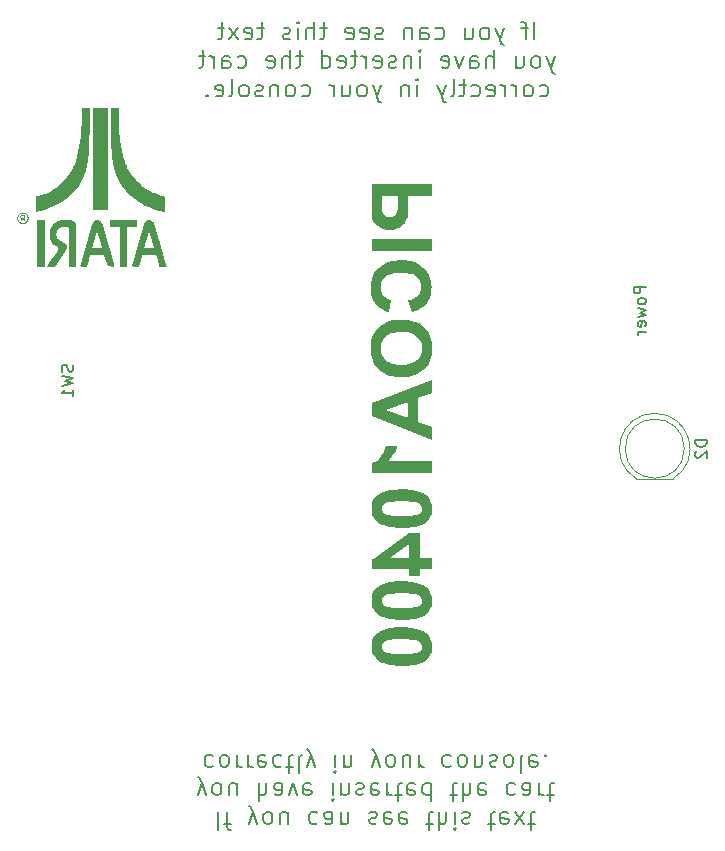
<source format=gbr>
%TF.GenerationSoftware,KiCad,Pcbnew,8.0.6*%
%TF.CreationDate,2024-11-26T16:01:51+01:00*%
%TF.ProjectId,PicoA10400,5069636f-4131-4303-9430-302e6b696361,rev?*%
%TF.SameCoordinates,Original*%
%TF.FileFunction,Legend,Bot*%
%TF.FilePolarity,Positive*%
%FSLAX46Y46*%
G04 Gerber Fmt 4.6, Leading zero omitted, Abs format (unit mm)*
G04 Created by KiCad (PCBNEW 8.0.6) date 2024-11-26 16:01:51*
%MOMM*%
%LPD*%
G01*
G04 APERTURE LIST*
%ADD10C,0.150000*%
%ADD11C,0.200000*%
%ADD12C,0.700000*%
%ADD13C,0.000000*%
%ADD14C,0.120000*%
G04 APERTURE END LIST*
D10*
X128749819Y-141031779D02*
X127749819Y-141031779D01*
X127749819Y-141031779D02*
X127749819Y-141412731D01*
X127749819Y-141412731D02*
X127797438Y-141507969D01*
X127797438Y-141507969D02*
X127845057Y-141555588D01*
X127845057Y-141555588D02*
X127940295Y-141603207D01*
X127940295Y-141603207D02*
X128083152Y-141603207D01*
X128083152Y-141603207D02*
X128178390Y-141555588D01*
X128178390Y-141555588D02*
X128226009Y-141507969D01*
X128226009Y-141507969D02*
X128273628Y-141412731D01*
X128273628Y-141412731D02*
X128273628Y-141031779D01*
X128749819Y-142174636D02*
X128702200Y-142079398D01*
X128702200Y-142079398D02*
X128654580Y-142031779D01*
X128654580Y-142031779D02*
X128559342Y-141984160D01*
X128559342Y-141984160D02*
X128273628Y-141984160D01*
X128273628Y-141984160D02*
X128178390Y-142031779D01*
X128178390Y-142031779D02*
X128130771Y-142079398D01*
X128130771Y-142079398D02*
X128083152Y-142174636D01*
X128083152Y-142174636D02*
X128083152Y-142317493D01*
X128083152Y-142317493D02*
X128130771Y-142412731D01*
X128130771Y-142412731D02*
X128178390Y-142460350D01*
X128178390Y-142460350D02*
X128273628Y-142507969D01*
X128273628Y-142507969D02*
X128559342Y-142507969D01*
X128559342Y-142507969D02*
X128654580Y-142460350D01*
X128654580Y-142460350D02*
X128702200Y-142412731D01*
X128702200Y-142412731D02*
X128749819Y-142317493D01*
X128749819Y-142317493D02*
X128749819Y-142174636D01*
X128083152Y-142841303D02*
X128749819Y-143031779D01*
X128749819Y-143031779D02*
X128273628Y-143222255D01*
X128273628Y-143222255D02*
X128749819Y-143412731D01*
X128749819Y-143412731D02*
X128083152Y-143603207D01*
X128702200Y-144365112D02*
X128749819Y-144269874D01*
X128749819Y-144269874D02*
X128749819Y-144079398D01*
X128749819Y-144079398D02*
X128702200Y-143984160D01*
X128702200Y-143984160D02*
X128606961Y-143936541D01*
X128606961Y-143936541D02*
X128226009Y-143936541D01*
X128226009Y-143936541D02*
X128130771Y-143984160D01*
X128130771Y-143984160D02*
X128083152Y-144079398D01*
X128083152Y-144079398D02*
X128083152Y-144269874D01*
X128083152Y-144269874D02*
X128130771Y-144365112D01*
X128130771Y-144365112D02*
X128226009Y-144412731D01*
X128226009Y-144412731D02*
X128321247Y-144412731D01*
X128321247Y-144412731D02*
X128416485Y-143936541D01*
X128749819Y-144841303D02*
X128083152Y-144841303D01*
X128273628Y-144841303D02*
X128178390Y-144888922D01*
X128178390Y-144888922D02*
X128130771Y-144936541D01*
X128130771Y-144936541D02*
X128083152Y-145031779D01*
X128083152Y-145031779D02*
X128083152Y-145127017D01*
D11*
X92579285Y-185493803D02*
X92579285Y-186993803D01*
X93079286Y-186493803D02*
X93650714Y-186493803D01*
X93293571Y-185493803D02*
X93293571Y-186779517D01*
X93293571Y-186779517D02*
X93365000Y-186922374D01*
X93365000Y-186922374D02*
X93507857Y-186993803D01*
X93507857Y-186993803D02*
X93650714Y-186993803D01*
X95150714Y-186493803D02*
X95507857Y-185493803D01*
X95865000Y-186493803D02*
X95507857Y-185493803D01*
X95507857Y-185493803D02*
X95365000Y-185136660D01*
X95365000Y-185136660D02*
X95293571Y-185065232D01*
X95293571Y-185065232D02*
X95150714Y-184993803D01*
X96650714Y-185493803D02*
X96507857Y-185565232D01*
X96507857Y-185565232D02*
X96436428Y-185636660D01*
X96436428Y-185636660D02*
X96365000Y-185779517D01*
X96365000Y-185779517D02*
X96365000Y-186208089D01*
X96365000Y-186208089D02*
X96436428Y-186350946D01*
X96436428Y-186350946D02*
X96507857Y-186422374D01*
X96507857Y-186422374D02*
X96650714Y-186493803D01*
X96650714Y-186493803D02*
X96865000Y-186493803D01*
X96865000Y-186493803D02*
X97007857Y-186422374D01*
X97007857Y-186422374D02*
X97079286Y-186350946D01*
X97079286Y-186350946D02*
X97150714Y-186208089D01*
X97150714Y-186208089D02*
X97150714Y-185779517D01*
X97150714Y-185779517D02*
X97079286Y-185636660D01*
X97079286Y-185636660D02*
X97007857Y-185565232D01*
X97007857Y-185565232D02*
X96865000Y-185493803D01*
X96865000Y-185493803D02*
X96650714Y-185493803D01*
X98436429Y-186493803D02*
X98436429Y-185493803D01*
X97793571Y-186493803D02*
X97793571Y-185708089D01*
X97793571Y-185708089D02*
X97865000Y-185565232D01*
X97865000Y-185565232D02*
X98007857Y-185493803D01*
X98007857Y-185493803D02*
X98222143Y-185493803D01*
X98222143Y-185493803D02*
X98365000Y-185565232D01*
X98365000Y-185565232D02*
X98436429Y-185636660D01*
X100936429Y-185565232D02*
X100793571Y-185493803D01*
X100793571Y-185493803D02*
X100507857Y-185493803D01*
X100507857Y-185493803D02*
X100365000Y-185565232D01*
X100365000Y-185565232D02*
X100293571Y-185636660D01*
X100293571Y-185636660D02*
X100222143Y-185779517D01*
X100222143Y-185779517D02*
X100222143Y-186208089D01*
X100222143Y-186208089D02*
X100293571Y-186350946D01*
X100293571Y-186350946D02*
X100365000Y-186422374D01*
X100365000Y-186422374D02*
X100507857Y-186493803D01*
X100507857Y-186493803D02*
X100793571Y-186493803D01*
X100793571Y-186493803D02*
X100936429Y-186422374D01*
X102222143Y-185493803D02*
X102222143Y-186279517D01*
X102222143Y-186279517D02*
X102150714Y-186422374D01*
X102150714Y-186422374D02*
X102007857Y-186493803D01*
X102007857Y-186493803D02*
X101722143Y-186493803D01*
X101722143Y-186493803D02*
X101579285Y-186422374D01*
X102222143Y-185565232D02*
X102079285Y-185493803D01*
X102079285Y-185493803D02*
X101722143Y-185493803D01*
X101722143Y-185493803D02*
X101579285Y-185565232D01*
X101579285Y-185565232D02*
X101507857Y-185708089D01*
X101507857Y-185708089D02*
X101507857Y-185850946D01*
X101507857Y-185850946D02*
X101579285Y-185993803D01*
X101579285Y-185993803D02*
X101722143Y-186065232D01*
X101722143Y-186065232D02*
X102079285Y-186065232D01*
X102079285Y-186065232D02*
X102222143Y-186136660D01*
X102936428Y-186493803D02*
X102936428Y-185493803D01*
X102936428Y-186350946D02*
X103007857Y-186422374D01*
X103007857Y-186422374D02*
X103150714Y-186493803D01*
X103150714Y-186493803D02*
X103365000Y-186493803D01*
X103365000Y-186493803D02*
X103507857Y-186422374D01*
X103507857Y-186422374D02*
X103579286Y-186279517D01*
X103579286Y-186279517D02*
X103579286Y-185493803D01*
X105365000Y-185565232D02*
X105507857Y-185493803D01*
X105507857Y-185493803D02*
X105793571Y-185493803D01*
X105793571Y-185493803D02*
X105936428Y-185565232D01*
X105936428Y-185565232D02*
X106007857Y-185708089D01*
X106007857Y-185708089D02*
X106007857Y-185779517D01*
X106007857Y-185779517D02*
X105936428Y-185922374D01*
X105936428Y-185922374D02*
X105793571Y-185993803D01*
X105793571Y-185993803D02*
X105579286Y-185993803D01*
X105579286Y-185993803D02*
X105436428Y-186065232D01*
X105436428Y-186065232D02*
X105365000Y-186208089D01*
X105365000Y-186208089D02*
X105365000Y-186279517D01*
X105365000Y-186279517D02*
X105436428Y-186422374D01*
X105436428Y-186422374D02*
X105579286Y-186493803D01*
X105579286Y-186493803D02*
X105793571Y-186493803D01*
X105793571Y-186493803D02*
X105936428Y-186422374D01*
X107222143Y-185565232D02*
X107079286Y-185493803D01*
X107079286Y-185493803D02*
X106793572Y-185493803D01*
X106793572Y-185493803D02*
X106650714Y-185565232D01*
X106650714Y-185565232D02*
X106579286Y-185708089D01*
X106579286Y-185708089D02*
X106579286Y-186279517D01*
X106579286Y-186279517D02*
X106650714Y-186422374D01*
X106650714Y-186422374D02*
X106793572Y-186493803D01*
X106793572Y-186493803D02*
X107079286Y-186493803D01*
X107079286Y-186493803D02*
X107222143Y-186422374D01*
X107222143Y-186422374D02*
X107293572Y-186279517D01*
X107293572Y-186279517D02*
X107293572Y-186136660D01*
X107293572Y-186136660D02*
X106579286Y-185993803D01*
X108507857Y-185565232D02*
X108365000Y-185493803D01*
X108365000Y-185493803D02*
X108079286Y-185493803D01*
X108079286Y-185493803D02*
X107936428Y-185565232D01*
X107936428Y-185565232D02*
X107865000Y-185708089D01*
X107865000Y-185708089D02*
X107865000Y-186279517D01*
X107865000Y-186279517D02*
X107936428Y-186422374D01*
X107936428Y-186422374D02*
X108079286Y-186493803D01*
X108079286Y-186493803D02*
X108365000Y-186493803D01*
X108365000Y-186493803D02*
X108507857Y-186422374D01*
X108507857Y-186422374D02*
X108579286Y-186279517D01*
X108579286Y-186279517D02*
X108579286Y-186136660D01*
X108579286Y-186136660D02*
X107865000Y-185993803D01*
X110150714Y-186493803D02*
X110722142Y-186493803D01*
X110364999Y-186993803D02*
X110364999Y-185708089D01*
X110364999Y-185708089D02*
X110436428Y-185565232D01*
X110436428Y-185565232D02*
X110579285Y-185493803D01*
X110579285Y-185493803D02*
X110722142Y-185493803D01*
X111222142Y-185493803D02*
X111222142Y-186993803D01*
X111865000Y-185493803D02*
X111865000Y-186279517D01*
X111865000Y-186279517D02*
X111793571Y-186422374D01*
X111793571Y-186422374D02*
X111650714Y-186493803D01*
X111650714Y-186493803D02*
X111436428Y-186493803D01*
X111436428Y-186493803D02*
X111293571Y-186422374D01*
X111293571Y-186422374D02*
X111222142Y-186350946D01*
X112579285Y-185493803D02*
X112579285Y-186493803D01*
X112579285Y-186993803D02*
X112507857Y-186922374D01*
X112507857Y-186922374D02*
X112579285Y-186850946D01*
X112579285Y-186850946D02*
X112650714Y-186922374D01*
X112650714Y-186922374D02*
X112579285Y-186993803D01*
X112579285Y-186993803D02*
X112579285Y-186850946D01*
X113222143Y-185565232D02*
X113365000Y-185493803D01*
X113365000Y-185493803D02*
X113650714Y-185493803D01*
X113650714Y-185493803D02*
X113793571Y-185565232D01*
X113793571Y-185565232D02*
X113865000Y-185708089D01*
X113865000Y-185708089D02*
X113865000Y-185779517D01*
X113865000Y-185779517D02*
X113793571Y-185922374D01*
X113793571Y-185922374D02*
X113650714Y-185993803D01*
X113650714Y-185993803D02*
X113436429Y-185993803D01*
X113436429Y-185993803D02*
X113293571Y-186065232D01*
X113293571Y-186065232D02*
X113222143Y-186208089D01*
X113222143Y-186208089D02*
X113222143Y-186279517D01*
X113222143Y-186279517D02*
X113293571Y-186422374D01*
X113293571Y-186422374D02*
X113436429Y-186493803D01*
X113436429Y-186493803D02*
X113650714Y-186493803D01*
X113650714Y-186493803D02*
X113793571Y-186422374D01*
X115436429Y-186493803D02*
X116007857Y-186493803D01*
X115650714Y-186993803D02*
X115650714Y-185708089D01*
X115650714Y-185708089D02*
X115722143Y-185565232D01*
X115722143Y-185565232D02*
X115865000Y-185493803D01*
X115865000Y-185493803D02*
X116007857Y-185493803D01*
X117079286Y-185565232D02*
X116936429Y-185493803D01*
X116936429Y-185493803D02*
X116650715Y-185493803D01*
X116650715Y-185493803D02*
X116507857Y-185565232D01*
X116507857Y-185565232D02*
X116436429Y-185708089D01*
X116436429Y-185708089D02*
X116436429Y-186279517D01*
X116436429Y-186279517D02*
X116507857Y-186422374D01*
X116507857Y-186422374D02*
X116650715Y-186493803D01*
X116650715Y-186493803D02*
X116936429Y-186493803D01*
X116936429Y-186493803D02*
X117079286Y-186422374D01*
X117079286Y-186422374D02*
X117150715Y-186279517D01*
X117150715Y-186279517D02*
X117150715Y-186136660D01*
X117150715Y-186136660D02*
X116436429Y-185993803D01*
X117650714Y-185493803D02*
X118436429Y-186493803D01*
X117650714Y-186493803D02*
X118436429Y-185493803D01*
X118793572Y-186493803D02*
X119365000Y-186493803D01*
X119007857Y-186993803D02*
X119007857Y-185708089D01*
X119007857Y-185708089D02*
X119079286Y-185565232D01*
X119079286Y-185565232D02*
X119222143Y-185493803D01*
X119222143Y-185493803D02*
X119365000Y-185493803D01*
X90829286Y-184078887D02*
X91186429Y-183078887D01*
X91543572Y-184078887D02*
X91186429Y-183078887D01*
X91186429Y-183078887D02*
X91043572Y-182721744D01*
X91043572Y-182721744D02*
X90972143Y-182650316D01*
X90972143Y-182650316D02*
X90829286Y-182578887D01*
X92329286Y-183078887D02*
X92186429Y-183150316D01*
X92186429Y-183150316D02*
X92115000Y-183221744D01*
X92115000Y-183221744D02*
X92043572Y-183364601D01*
X92043572Y-183364601D02*
X92043572Y-183793173D01*
X92043572Y-183793173D02*
X92115000Y-183936030D01*
X92115000Y-183936030D02*
X92186429Y-184007458D01*
X92186429Y-184007458D02*
X92329286Y-184078887D01*
X92329286Y-184078887D02*
X92543572Y-184078887D01*
X92543572Y-184078887D02*
X92686429Y-184007458D01*
X92686429Y-184007458D02*
X92757858Y-183936030D01*
X92757858Y-183936030D02*
X92829286Y-183793173D01*
X92829286Y-183793173D02*
X92829286Y-183364601D01*
X92829286Y-183364601D02*
X92757858Y-183221744D01*
X92757858Y-183221744D02*
X92686429Y-183150316D01*
X92686429Y-183150316D02*
X92543572Y-183078887D01*
X92543572Y-183078887D02*
X92329286Y-183078887D01*
X94115001Y-184078887D02*
X94115001Y-183078887D01*
X93472143Y-184078887D02*
X93472143Y-183293173D01*
X93472143Y-183293173D02*
X93543572Y-183150316D01*
X93543572Y-183150316D02*
X93686429Y-183078887D01*
X93686429Y-183078887D02*
X93900715Y-183078887D01*
X93900715Y-183078887D02*
X94043572Y-183150316D01*
X94043572Y-183150316D02*
X94115001Y-183221744D01*
X95972143Y-183078887D02*
X95972143Y-184578887D01*
X96615001Y-183078887D02*
X96615001Y-183864601D01*
X96615001Y-183864601D02*
X96543572Y-184007458D01*
X96543572Y-184007458D02*
X96400715Y-184078887D01*
X96400715Y-184078887D02*
X96186429Y-184078887D01*
X96186429Y-184078887D02*
X96043572Y-184007458D01*
X96043572Y-184007458D02*
X95972143Y-183936030D01*
X97972144Y-183078887D02*
X97972144Y-183864601D01*
X97972144Y-183864601D02*
X97900715Y-184007458D01*
X97900715Y-184007458D02*
X97757858Y-184078887D01*
X97757858Y-184078887D02*
X97472144Y-184078887D01*
X97472144Y-184078887D02*
X97329286Y-184007458D01*
X97972144Y-183150316D02*
X97829286Y-183078887D01*
X97829286Y-183078887D02*
X97472144Y-183078887D01*
X97472144Y-183078887D02*
X97329286Y-183150316D01*
X97329286Y-183150316D02*
X97257858Y-183293173D01*
X97257858Y-183293173D02*
X97257858Y-183436030D01*
X97257858Y-183436030D02*
X97329286Y-183578887D01*
X97329286Y-183578887D02*
X97472144Y-183650316D01*
X97472144Y-183650316D02*
X97829286Y-183650316D01*
X97829286Y-183650316D02*
X97972144Y-183721744D01*
X98543572Y-184078887D02*
X98900715Y-183078887D01*
X98900715Y-183078887D02*
X99257858Y-184078887D01*
X100400715Y-183150316D02*
X100257858Y-183078887D01*
X100257858Y-183078887D02*
X99972144Y-183078887D01*
X99972144Y-183078887D02*
X99829286Y-183150316D01*
X99829286Y-183150316D02*
X99757858Y-183293173D01*
X99757858Y-183293173D02*
X99757858Y-183864601D01*
X99757858Y-183864601D02*
X99829286Y-184007458D01*
X99829286Y-184007458D02*
X99972144Y-184078887D01*
X99972144Y-184078887D02*
X100257858Y-184078887D01*
X100257858Y-184078887D02*
X100400715Y-184007458D01*
X100400715Y-184007458D02*
X100472144Y-183864601D01*
X100472144Y-183864601D02*
X100472144Y-183721744D01*
X100472144Y-183721744D02*
X99757858Y-183578887D01*
X102257857Y-183078887D02*
X102257857Y-184078887D01*
X102257857Y-184578887D02*
X102186429Y-184507458D01*
X102186429Y-184507458D02*
X102257857Y-184436030D01*
X102257857Y-184436030D02*
X102329286Y-184507458D01*
X102329286Y-184507458D02*
X102257857Y-184578887D01*
X102257857Y-184578887D02*
X102257857Y-184436030D01*
X102972143Y-184078887D02*
X102972143Y-183078887D01*
X102972143Y-183936030D02*
X103043572Y-184007458D01*
X103043572Y-184007458D02*
X103186429Y-184078887D01*
X103186429Y-184078887D02*
X103400715Y-184078887D01*
X103400715Y-184078887D02*
X103543572Y-184007458D01*
X103543572Y-184007458D02*
X103615001Y-183864601D01*
X103615001Y-183864601D02*
X103615001Y-183078887D01*
X104257858Y-183150316D02*
X104400715Y-183078887D01*
X104400715Y-183078887D02*
X104686429Y-183078887D01*
X104686429Y-183078887D02*
X104829286Y-183150316D01*
X104829286Y-183150316D02*
X104900715Y-183293173D01*
X104900715Y-183293173D02*
X104900715Y-183364601D01*
X104900715Y-183364601D02*
X104829286Y-183507458D01*
X104829286Y-183507458D02*
X104686429Y-183578887D01*
X104686429Y-183578887D02*
X104472144Y-183578887D01*
X104472144Y-183578887D02*
X104329286Y-183650316D01*
X104329286Y-183650316D02*
X104257858Y-183793173D01*
X104257858Y-183793173D02*
X104257858Y-183864601D01*
X104257858Y-183864601D02*
X104329286Y-184007458D01*
X104329286Y-184007458D02*
X104472144Y-184078887D01*
X104472144Y-184078887D02*
X104686429Y-184078887D01*
X104686429Y-184078887D02*
X104829286Y-184007458D01*
X106115001Y-183150316D02*
X105972144Y-183078887D01*
X105972144Y-183078887D02*
X105686430Y-183078887D01*
X105686430Y-183078887D02*
X105543572Y-183150316D01*
X105543572Y-183150316D02*
X105472144Y-183293173D01*
X105472144Y-183293173D02*
X105472144Y-183864601D01*
X105472144Y-183864601D02*
X105543572Y-184007458D01*
X105543572Y-184007458D02*
X105686430Y-184078887D01*
X105686430Y-184078887D02*
X105972144Y-184078887D01*
X105972144Y-184078887D02*
X106115001Y-184007458D01*
X106115001Y-184007458D02*
X106186430Y-183864601D01*
X106186430Y-183864601D02*
X106186430Y-183721744D01*
X106186430Y-183721744D02*
X105472144Y-183578887D01*
X106829286Y-183078887D02*
X106829286Y-184078887D01*
X106829286Y-183793173D02*
X106900715Y-183936030D01*
X106900715Y-183936030D02*
X106972144Y-184007458D01*
X106972144Y-184007458D02*
X107115001Y-184078887D01*
X107115001Y-184078887D02*
X107257858Y-184078887D01*
X107543572Y-184078887D02*
X108115000Y-184078887D01*
X107757857Y-184578887D02*
X107757857Y-183293173D01*
X107757857Y-183293173D02*
X107829286Y-183150316D01*
X107829286Y-183150316D02*
X107972143Y-183078887D01*
X107972143Y-183078887D02*
X108115000Y-183078887D01*
X109186429Y-183150316D02*
X109043572Y-183078887D01*
X109043572Y-183078887D02*
X108757858Y-183078887D01*
X108757858Y-183078887D02*
X108615000Y-183150316D01*
X108615000Y-183150316D02*
X108543572Y-183293173D01*
X108543572Y-183293173D02*
X108543572Y-183864601D01*
X108543572Y-183864601D02*
X108615000Y-184007458D01*
X108615000Y-184007458D02*
X108757858Y-184078887D01*
X108757858Y-184078887D02*
X109043572Y-184078887D01*
X109043572Y-184078887D02*
X109186429Y-184007458D01*
X109186429Y-184007458D02*
X109257858Y-183864601D01*
X109257858Y-183864601D02*
X109257858Y-183721744D01*
X109257858Y-183721744D02*
X108543572Y-183578887D01*
X110543572Y-183078887D02*
X110543572Y-184578887D01*
X110543572Y-183150316D02*
X110400714Y-183078887D01*
X110400714Y-183078887D02*
X110115000Y-183078887D01*
X110115000Y-183078887D02*
X109972143Y-183150316D01*
X109972143Y-183150316D02*
X109900714Y-183221744D01*
X109900714Y-183221744D02*
X109829286Y-183364601D01*
X109829286Y-183364601D02*
X109829286Y-183793173D01*
X109829286Y-183793173D02*
X109900714Y-183936030D01*
X109900714Y-183936030D02*
X109972143Y-184007458D01*
X109972143Y-184007458D02*
X110115000Y-184078887D01*
X110115000Y-184078887D02*
X110400714Y-184078887D01*
X110400714Y-184078887D02*
X110543572Y-184007458D01*
X112186429Y-184078887D02*
X112757857Y-184078887D01*
X112400714Y-184578887D02*
X112400714Y-183293173D01*
X112400714Y-183293173D02*
X112472143Y-183150316D01*
X112472143Y-183150316D02*
X112615000Y-183078887D01*
X112615000Y-183078887D02*
X112757857Y-183078887D01*
X113257857Y-183078887D02*
X113257857Y-184578887D01*
X113900715Y-183078887D02*
X113900715Y-183864601D01*
X113900715Y-183864601D02*
X113829286Y-184007458D01*
X113829286Y-184007458D02*
X113686429Y-184078887D01*
X113686429Y-184078887D02*
X113472143Y-184078887D01*
X113472143Y-184078887D02*
X113329286Y-184007458D01*
X113329286Y-184007458D02*
X113257857Y-183936030D01*
X115186429Y-183150316D02*
X115043572Y-183078887D01*
X115043572Y-183078887D02*
X114757858Y-183078887D01*
X114757858Y-183078887D02*
X114615000Y-183150316D01*
X114615000Y-183150316D02*
X114543572Y-183293173D01*
X114543572Y-183293173D02*
X114543572Y-183864601D01*
X114543572Y-183864601D02*
X114615000Y-184007458D01*
X114615000Y-184007458D02*
X114757858Y-184078887D01*
X114757858Y-184078887D02*
X115043572Y-184078887D01*
X115043572Y-184078887D02*
X115186429Y-184007458D01*
X115186429Y-184007458D02*
X115257858Y-183864601D01*
X115257858Y-183864601D02*
X115257858Y-183721744D01*
X115257858Y-183721744D02*
X114543572Y-183578887D01*
X117686429Y-183150316D02*
X117543571Y-183078887D01*
X117543571Y-183078887D02*
X117257857Y-183078887D01*
X117257857Y-183078887D02*
X117115000Y-183150316D01*
X117115000Y-183150316D02*
X117043571Y-183221744D01*
X117043571Y-183221744D02*
X116972143Y-183364601D01*
X116972143Y-183364601D02*
X116972143Y-183793173D01*
X116972143Y-183793173D02*
X117043571Y-183936030D01*
X117043571Y-183936030D02*
X117115000Y-184007458D01*
X117115000Y-184007458D02*
X117257857Y-184078887D01*
X117257857Y-184078887D02*
X117543571Y-184078887D01*
X117543571Y-184078887D02*
X117686429Y-184007458D01*
X118972143Y-183078887D02*
X118972143Y-183864601D01*
X118972143Y-183864601D02*
X118900714Y-184007458D01*
X118900714Y-184007458D02*
X118757857Y-184078887D01*
X118757857Y-184078887D02*
X118472143Y-184078887D01*
X118472143Y-184078887D02*
X118329285Y-184007458D01*
X118972143Y-183150316D02*
X118829285Y-183078887D01*
X118829285Y-183078887D02*
X118472143Y-183078887D01*
X118472143Y-183078887D02*
X118329285Y-183150316D01*
X118329285Y-183150316D02*
X118257857Y-183293173D01*
X118257857Y-183293173D02*
X118257857Y-183436030D01*
X118257857Y-183436030D02*
X118329285Y-183578887D01*
X118329285Y-183578887D02*
X118472143Y-183650316D01*
X118472143Y-183650316D02*
X118829285Y-183650316D01*
X118829285Y-183650316D02*
X118972143Y-183721744D01*
X119686428Y-183078887D02*
X119686428Y-184078887D01*
X119686428Y-183793173D02*
X119757857Y-183936030D01*
X119757857Y-183936030D02*
X119829286Y-184007458D01*
X119829286Y-184007458D02*
X119972143Y-184078887D01*
X119972143Y-184078887D02*
X120115000Y-184078887D01*
X120400714Y-184078887D02*
X120972142Y-184078887D01*
X120614999Y-184578887D02*
X120614999Y-183293173D01*
X120614999Y-183293173D02*
X120686428Y-183150316D01*
X120686428Y-183150316D02*
X120829285Y-183078887D01*
X120829285Y-183078887D02*
X120972142Y-183078887D01*
X92115001Y-180735400D02*
X91972143Y-180663971D01*
X91972143Y-180663971D02*
X91686429Y-180663971D01*
X91686429Y-180663971D02*
X91543572Y-180735400D01*
X91543572Y-180735400D02*
X91472143Y-180806828D01*
X91472143Y-180806828D02*
X91400715Y-180949685D01*
X91400715Y-180949685D02*
X91400715Y-181378257D01*
X91400715Y-181378257D02*
X91472143Y-181521114D01*
X91472143Y-181521114D02*
X91543572Y-181592542D01*
X91543572Y-181592542D02*
X91686429Y-181663971D01*
X91686429Y-181663971D02*
X91972143Y-181663971D01*
X91972143Y-181663971D02*
X92115001Y-181592542D01*
X92972143Y-180663971D02*
X92829286Y-180735400D01*
X92829286Y-180735400D02*
X92757857Y-180806828D01*
X92757857Y-180806828D02*
X92686429Y-180949685D01*
X92686429Y-180949685D02*
X92686429Y-181378257D01*
X92686429Y-181378257D02*
X92757857Y-181521114D01*
X92757857Y-181521114D02*
X92829286Y-181592542D01*
X92829286Y-181592542D02*
X92972143Y-181663971D01*
X92972143Y-181663971D02*
X93186429Y-181663971D01*
X93186429Y-181663971D02*
X93329286Y-181592542D01*
X93329286Y-181592542D02*
X93400715Y-181521114D01*
X93400715Y-181521114D02*
X93472143Y-181378257D01*
X93472143Y-181378257D02*
X93472143Y-180949685D01*
X93472143Y-180949685D02*
X93400715Y-180806828D01*
X93400715Y-180806828D02*
X93329286Y-180735400D01*
X93329286Y-180735400D02*
X93186429Y-180663971D01*
X93186429Y-180663971D02*
X92972143Y-180663971D01*
X94115000Y-180663971D02*
X94115000Y-181663971D01*
X94115000Y-181378257D02*
X94186429Y-181521114D01*
X94186429Y-181521114D02*
X94257858Y-181592542D01*
X94257858Y-181592542D02*
X94400715Y-181663971D01*
X94400715Y-181663971D02*
X94543572Y-181663971D01*
X95043571Y-180663971D02*
X95043571Y-181663971D01*
X95043571Y-181378257D02*
X95115000Y-181521114D01*
X95115000Y-181521114D02*
X95186429Y-181592542D01*
X95186429Y-181592542D02*
X95329286Y-181663971D01*
X95329286Y-181663971D02*
X95472143Y-181663971D01*
X96543571Y-180735400D02*
X96400714Y-180663971D01*
X96400714Y-180663971D02*
X96115000Y-180663971D01*
X96115000Y-180663971D02*
X95972142Y-180735400D01*
X95972142Y-180735400D02*
X95900714Y-180878257D01*
X95900714Y-180878257D02*
X95900714Y-181449685D01*
X95900714Y-181449685D02*
X95972142Y-181592542D01*
X95972142Y-181592542D02*
X96115000Y-181663971D01*
X96115000Y-181663971D02*
X96400714Y-181663971D01*
X96400714Y-181663971D02*
X96543571Y-181592542D01*
X96543571Y-181592542D02*
X96615000Y-181449685D01*
X96615000Y-181449685D02*
X96615000Y-181306828D01*
X96615000Y-181306828D02*
X95900714Y-181163971D01*
X97900714Y-180735400D02*
X97757856Y-180663971D01*
X97757856Y-180663971D02*
X97472142Y-180663971D01*
X97472142Y-180663971D02*
X97329285Y-180735400D01*
X97329285Y-180735400D02*
X97257856Y-180806828D01*
X97257856Y-180806828D02*
X97186428Y-180949685D01*
X97186428Y-180949685D02*
X97186428Y-181378257D01*
X97186428Y-181378257D02*
X97257856Y-181521114D01*
X97257856Y-181521114D02*
X97329285Y-181592542D01*
X97329285Y-181592542D02*
X97472142Y-181663971D01*
X97472142Y-181663971D02*
X97757856Y-181663971D01*
X97757856Y-181663971D02*
X97900714Y-181592542D01*
X98329285Y-181663971D02*
X98900713Y-181663971D01*
X98543570Y-182163971D02*
X98543570Y-180878257D01*
X98543570Y-180878257D02*
X98614999Y-180735400D01*
X98614999Y-180735400D02*
X98757856Y-180663971D01*
X98757856Y-180663971D02*
X98900713Y-180663971D01*
X99614999Y-180663971D02*
X99472142Y-180735400D01*
X99472142Y-180735400D02*
X99400713Y-180878257D01*
X99400713Y-180878257D02*
X99400713Y-182163971D01*
X100043570Y-181663971D02*
X100400713Y-180663971D01*
X100757856Y-181663971D02*
X100400713Y-180663971D01*
X100400713Y-180663971D02*
X100257856Y-180306828D01*
X100257856Y-180306828D02*
X100186427Y-180235400D01*
X100186427Y-180235400D02*
X100043570Y-180163971D01*
X102472141Y-180663971D02*
X102472141Y-181663971D01*
X102472141Y-182163971D02*
X102400713Y-182092542D01*
X102400713Y-182092542D02*
X102472141Y-182021114D01*
X102472141Y-182021114D02*
X102543570Y-182092542D01*
X102543570Y-182092542D02*
X102472141Y-182163971D01*
X102472141Y-182163971D02*
X102472141Y-182021114D01*
X103186427Y-181663971D02*
X103186427Y-180663971D01*
X103186427Y-181521114D02*
X103257856Y-181592542D01*
X103257856Y-181592542D02*
X103400713Y-181663971D01*
X103400713Y-181663971D02*
X103614999Y-181663971D01*
X103614999Y-181663971D02*
X103757856Y-181592542D01*
X103757856Y-181592542D02*
X103829285Y-181449685D01*
X103829285Y-181449685D02*
X103829285Y-180663971D01*
X105543570Y-181663971D02*
X105900713Y-180663971D01*
X106257856Y-181663971D02*
X105900713Y-180663971D01*
X105900713Y-180663971D02*
X105757856Y-180306828D01*
X105757856Y-180306828D02*
X105686427Y-180235400D01*
X105686427Y-180235400D02*
X105543570Y-180163971D01*
X107043570Y-180663971D02*
X106900713Y-180735400D01*
X106900713Y-180735400D02*
X106829284Y-180806828D01*
X106829284Y-180806828D02*
X106757856Y-180949685D01*
X106757856Y-180949685D02*
X106757856Y-181378257D01*
X106757856Y-181378257D02*
X106829284Y-181521114D01*
X106829284Y-181521114D02*
X106900713Y-181592542D01*
X106900713Y-181592542D02*
X107043570Y-181663971D01*
X107043570Y-181663971D02*
X107257856Y-181663971D01*
X107257856Y-181663971D02*
X107400713Y-181592542D01*
X107400713Y-181592542D02*
X107472142Y-181521114D01*
X107472142Y-181521114D02*
X107543570Y-181378257D01*
X107543570Y-181378257D02*
X107543570Y-180949685D01*
X107543570Y-180949685D02*
X107472142Y-180806828D01*
X107472142Y-180806828D02*
X107400713Y-180735400D01*
X107400713Y-180735400D02*
X107257856Y-180663971D01*
X107257856Y-180663971D02*
X107043570Y-180663971D01*
X108829285Y-181663971D02*
X108829285Y-180663971D01*
X108186427Y-181663971D02*
X108186427Y-180878257D01*
X108186427Y-180878257D02*
X108257856Y-180735400D01*
X108257856Y-180735400D02*
X108400713Y-180663971D01*
X108400713Y-180663971D02*
X108614999Y-180663971D01*
X108614999Y-180663971D02*
X108757856Y-180735400D01*
X108757856Y-180735400D02*
X108829285Y-180806828D01*
X109543570Y-180663971D02*
X109543570Y-181663971D01*
X109543570Y-181378257D02*
X109614999Y-181521114D01*
X109614999Y-181521114D02*
X109686428Y-181592542D01*
X109686428Y-181592542D02*
X109829285Y-181663971D01*
X109829285Y-181663971D02*
X109972142Y-181663971D01*
X112257856Y-180735400D02*
X112114998Y-180663971D01*
X112114998Y-180663971D02*
X111829284Y-180663971D01*
X111829284Y-180663971D02*
X111686427Y-180735400D01*
X111686427Y-180735400D02*
X111614998Y-180806828D01*
X111614998Y-180806828D02*
X111543570Y-180949685D01*
X111543570Y-180949685D02*
X111543570Y-181378257D01*
X111543570Y-181378257D02*
X111614998Y-181521114D01*
X111614998Y-181521114D02*
X111686427Y-181592542D01*
X111686427Y-181592542D02*
X111829284Y-181663971D01*
X111829284Y-181663971D02*
X112114998Y-181663971D01*
X112114998Y-181663971D02*
X112257856Y-181592542D01*
X113114998Y-180663971D02*
X112972141Y-180735400D01*
X112972141Y-180735400D02*
X112900712Y-180806828D01*
X112900712Y-180806828D02*
X112829284Y-180949685D01*
X112829284Y-180949685D02*
X112829284Y-181378257D01*
X112829284Y-181378257D02*
X112900712Y-181521114D01*
X112900712Y-181521114D02*
X112972141Y-181592542D01*
X112972141Y-181592542D02*
X113114998Y-181663971D01*
X113114998Y-181663971D02*
X113329284Y-181663971D01*
X113329284Y-181663971D02*
X113472141Y-181592542D01*
X113472141Y-181592542D02*
X113543570Y-181521114D01*
X113543570Y-181521114D02*
X113614998Y-181378257D01*
X113614998Y-181378257D02*
X113614998Y-180949685D01*
X113614998Y-180949685D02*
X113543570Y-180806828D01*
X113543570Y-180806828D02*
X113472141Y-180735400D01*
X113472141Y-180735400D02*
X113329284Y-180663971D01*
X113329284Y-180663971D02*
X113114998Y-180663971D01*
X114257855Y-181663971D02*
X114257855Y-180663971D01*
X114257855Y-181521114D02*
X114329284Y-181592542D01*
X114329284Y-181592542D02*
X114472141Y-181663971D01*
X114472141Y-181663971D02*
X114686427Y-181663971D01*
X114686427Y-181663971D02*
X114829284Y-181592542D01*
X114829284Y-181592542D02*
X114900713Y-181449685D01*
X114900713Y-181449685D02*
X114900713Y-180663971D01*
X115543570Y-180735400D02*
X115686427Y-180663971D01*
X115686427Y-180663971D02*
X115972141Y-180663971D01*
X115972141Y-180663971D02*
X116114998Y-180735400D01*
X116114998Y-180735400D02*
X116186427Y-180878257D01*
X116186427Y-180878257D02*
X116186427Y-180949685D01*
X116186427Y-180949685D02*
X116114998Y-181092542D01*
X116114998Y-181092542D02*
X115972141Y-181163971D01*
X115972141Y-181163971D02*
X115757856Y-181163971D01*
X115757856Y-181163971D02*
X115614998Y-181235400D01*
X115614998Y-181235400D02*
X115543570Y-181378257D01*
X115543570Y-181378257D02*
X115543570Y-181449685D01*
X115543570Y-181449685D02*
X115614998Y-181592542D01*
X115614998Y-181592542D02*
X115757856Y-181663971D01*
X115757856Y-181663971D02*
X115972141Y-181663971D01*
X115972141Y-181663971D02*
X116114998Y-181592542D01*
X117043570Y-180663971D02*
X116900713Y-180735400D01*
X116900713Y-180735400D02*
X116829284Y-180806828D01*
X116829284Y-180806828D02*
X116757856Y-180949685D01*
X116757856Y-180949685D02*
X116757856Y-181378257D01*
X116757856Y-181378257D02*
X116829284Y-181521114D01*
X116829284Y-181521114D02*
X116900713Y-181592542D01*
X116900713Y-181592542D02*
X117043570Y-181663971D01*
X117043570Y-181663971D02*
X117257856Y-181663971D01*
X117257856Y-181663971D02*
X117400713Y-181592542D01*
X117400713Y-181592542D02*
X117472142Y-181521114D01*
X117472142Y-181521114D02*
X117543570Y-181378257D01*
X117543570Y-181378257D02*
X117543570Y-180949685D01*
X117543570Y-180949685D02*
X117472142Y-180806828D01*
X117472142Y-180806828D02*
X117400713Y-180735400D01*
X117400713Y-180735400D02*
X117257856Y-180663971D01*
X117257856Y-180663971D02*
X117043570Y-180663971D01*
X118400713Y-180663971D02*
X118257856Y-180735400D01*
X118257856Y-180735400D02*
X118186427Y-180878257D01*
X118186427Y-180878257D02*
X118186427Y-182163971D01*
X119543570Y-180735400D02*
X119400713Y-180663971D01*
X119400713Y-180663971D02*
X119114999Y-180663971D01*
X119114999Y-180663971D02*
X118972141Y-180735400D01*
X118972141Y-180735400D02*
X118900713Y-180878257D01*
X118900713Y-180878257D02*
X118900713Y-181449685D01*
X118900713Y-181449685D02*
X118972141Y-181592542D01*
X118972141Y-181592542D02*
X119114999Y-181663971D01*
X119114999Y-181663971D02*
X119400713Y-181663971D01*
X119400713Y-181663971D02*
X119543570Y-181592542D01*
X119543570Y-181592542D02*
X119614999Y-181449685D01*
X119614999Y-181449685D02*
X119614999Y-181306828D01*
X119614999Y-181306828D02*
X118900713Y-181163971D01*
X120257855Y-180806828D02*
X120329284Y-180735400D01*
X120329284Y-180735400D02*
X120257855Y-180663971D01*
X120257855Y-180663971D02*
X120186427Y-180735400D01*
X120186427Y-180735400D02*
X120257855Y-180806828D01*
X120257855Y-180806828D02*
X120257855Y-180663971D01*
X119300714Y-120096196D02*
X119300714Y-118596196D01*
X118800713Y-119096196D02*
X118229285Y-119096196D01*
X118586428Y-120096196D02*
X118586428Y-118810482D01*
X118586428Y-118810482D02*
X118514999Y-118667625D01*
X118514999Y-118667625D02*
X118372142Y-118596196D01*
X118372142Y-118596196D02*
X118229285Y-118596196D01*
X116729285Y-119096196D02*
X116372142Y-120096196D01*
X116014999Y-119096196D02*
X116372142Y-120096196D01*
X116372142Y-120096196D02*
X116514999Y-120453339D01*
X116514999Y-120453339D02*
X116586428Y-120524768D01*
X116586428Y-120524768D02*
X116729285Y-120596196D01*
X115229285Y-120096196D02*
X115372142Y-120024768D01*
X115372142Y-120024768D02*
X115443571Y-119953339D01*
X115443571Y-119953339D02*
X115514999Y-119810482D01*
X115514999Y-119810482D02*
X115514999Y-119381910D01*
X115514999Y-119381910D02*
X115443571Y-119239053D01*
X115443571Y-119239053D02*
X115372142Y-119167625D01*
X115372142Y-119167625D02*
X115229285Y-119096196D01*
X115229285Y-119096196D02*
X115014999Y-119096196D01*
X115014999Y-119096196D02*
X114872142Y-119167625D01*
X114872142Y-119167625D02*
X114800714Y-119239053D01*
X114800714Y-119239053D02*
X114729285Y-119381910D01*
X114729285Y-119381910D02*
X114729285Y-119810482D01*
X114729285Y-119810482D02*
X114800714Y-119953339D01*
X114800714Y-119953339D02*
X114872142Y-120024768D01*
X114872142Y-120024768D02*
X115014999Y-120096196D01*
X115014999Y-120096196D02*
X115229285Y-120096196D01*
X113443571Y-119096196D02*
X113443571Y-120096196D01*
X114086428Y-119096196D02*
X114086428Y-119881910D01*
X114086428Y-119881910D02*
X114014999Y-120024768D01*
X114014999Y-120024768D02*
X113872142Y-120096196D01*
X113872142Y-120096196D02*
X113657856Y-120096196D01*
X113657856Y-120096196D02*
X113514999Y-120024768D01*
X113514999Y-120024768D02*
X113443571Y-119953339D01*
X110943571Y-120024768D02*
X111086428Y-120096196D01*
X111086428Y-120096196D02*
X111372142Y-120096196D01*
X111372142Y-120096196D02*
X111514999Y-120024768D01*
X111514999Y-120024768D02*
X111586428Y-119953339D01*
X111586428Y-119953339D02*
X111657856Y-119810482D01*
X111657856Y-119810482D02*
X111657856Y-119381910D01*
X111657856Y-119381910D02*
X111586428Y-119239053D01*
X111586428Y-119239053D02*
X111514999Y-119167625D01*
X111514999Y-119167625D02*
X111372142Y-119096196D01*
X111372142Y-119096196D02*
X111086428Y-119096196D01*
X111086428Y-119096196D02*
X110943571Y-119167625D01*
X109657857Y-120096196D02*
X109657857Y-119310482D01*
X109657857Y-119310482D02*
X109729285Y-119167625D01*
X109729285Y-119167625D02*
X109872142Y-119096196D01*
X109872142Y-119096196D02*
X110157857Y-119096196D01*
X110157857Y-119096196D02*
X110300714Y-119167625D01*
X109657857Y-120024768D02*
X109800714Y-120096196D01*
X109800714Y-120096196D02*
X110157857Y-120096196D01*
X110157857Y-120096196D02*
X110300714Y-120024768D01*
X110300714Y-120024768D02*
X110372142Y-119881910D01*
X110372142Y-119881910D02*
X110372142Y-119739053D01*
X110372142Y-119739053D02*
X110300714Y-119596196D01*
X110300714Y-119596196D02*
X110157857Y-119524768D01*
X110157857Y-119524768D02*
X109800714Y-119524768D01*
X109800714Y-119524768D02*
X109657857Y-119453339D01*
X108943571Y-119096196D02*
X108943571Y-120096196D01*
X108943571Y-119239053D02*
X108872142Y-119167625D01*
X108872142Y-119167625D02*
X108729285Y-119096196D01*
X108729285Y-119096196D02*
X108514999Y-119096196D01*
X108514999Y-119096196D02*
X108372142Y-119167625D01*
X108372142Y-119167625D02*
X108300714Y-119310482D01*
X108300714Y-119310482D02*
X108300714Y-120096196D01*
X106514999Y-120024768D02*
X106372142Y-120096196D01*
X106372142Y-120096196D02*
X106086428Y-120096196D01*
X106086428Y-120096196D02*
X105943571Y-120024768D01*
X105943571Y-120024768D02*
X105872142Y-119881910D01*
X105872142Y-119881910D02*
X105872142Y-119810482D01*
X105872142Y-119810482D02*
X105943571Y-119667625D01*
X105943571Y-119667625D02*
X106086428Y-119596196D01*
X106086428Y-119596196D02*
X106300714Y-119596196D01*
X106300714Y-119596196D02*
X106443571Y-119524768D01*
X106443571Y-119524768D02*
X106514999Y-119381910D01*
X106514999Y-119381910D02*
X106514999Y-119310482D01*
X106514999Y-119310482D02*
X106443571Y-119167625D01*
X106443571Y-119167625D02*
X106300714Y-119096196D01*
X106300714Y-119096196D02*
X106086428Y-119096196D01*
X106086428Y-119096196D02*
X105943571Y-119167625D01*
X104657856Y-120024768D02*
X104800713Y-120096196D01*
X104800713Y-120096196D02*
X105086428Y-120096196D01*
X105086428Y-120096196D02*
X105229285Y-120024768D01*
X105229285Y-120024768D02*
X105300713Y-119881910D01*
X105300713Y-119881910D02*
X105300713Y-119310482D01*
X105300713Y-119310482D02*
X105229285Y-119167625D01*
X105229285Y-119167625D02*
X105086428Y-119096196D01*
X105086428Y-119096196D02*
X104800713Y-119096196D01*
X104800713Y-119096196D02*
X104657856Y-119167625D01*
X104657856Y-119167625D02*
X104586428Y-119310482D01*
X104586428Y-119310482D02*
X104586428Y-119453339D01*
X104586428Y-119453339D02*
X105300713Y-119596196D01*
X103372142Y-120024768D02*
X103514999Y-120096196D01*
X103514999Y-120096196D02*
X103800714Y-120096196D01*
X103800714Y-120096196D02*
X103943571Y-120024768D01*
X103943571Y-120024768D02*
X104014999Y-119881910D01*
X104014999Y-119881910D02*
X104014999Y-119310482D01*
X104014999Y-119310482D02*
X103943571Y-119167625D01*
X103943571Y-119167625D02*
X103800714Y-119096196D01*
X103800714Y-119096196D02*
X103514999Y-119096196D01*
X103514999Y-119096196D02*
X103372142Y-119167625D01*
X103372142Y-119167625D02*
X103300714Y-119310482D01*
X103300714Y-119310482D02*
X103300714Y-119453339D01*
X103300714Y-119453339D02*
X104014999Y-119596196D01*
X101729285Y-119096196D02*
X101157857Y-119096196D01*
X101515000Y-118596196D02*
X101515000Y-119881910D01*
X101515000Y-119881910D02*
X101443571Y-120024768D01*
X101443571Y-120024768D02*
X101300714Y-120096196D01*
X101300714Y-120096196D02*
X101157857Y-120096196D01*
X100657857Y-120096196D02*
X100657857Y-118596196D01*
X100015000Y-120096196D02*
X100015000Y-119310482D01*
X100015000Y-119310482D02*
X100086428Y-119167625D01*
X100086428Y-119167625D02*
X100229285Y-119096196D01*
X100229285Y-119096196D02*
X100443571Y-119096196D01*
X100443571Y-119096196D02*
X100586428Y-119167625D01*
X100586428Y-119167625D02*
X100657857Y-119239053D01*
X99300714Y-120096196D02*
X99300714Y-119096196D01*
X99300714Y-118596196D02*
X99372142Y-118667625D01*
X99372142Y-118667625D02*
X99300714Y-118739053D01*
X99300714Y-118739053D02*
X99229285Y-118667625D01*
X99229285Y-118667625D02*
X99300714Y-118596196D01*
X99300714Y-118596196D02*
X99300714Y-118739053D01*
X98657856Y-120024768D02*
X98514999Y-120096196D01*
X98514999Y-120096196D02*
X98229285Y-120096196D01*
X98229285Y-120096196D02*
X98086428Y-120024768D01*
X98086428Y-120024768D02*
X98014999Y-119881910D01*
X98014999Y-119881910D02*
X98014999Y-119810482D01*
X98014999Y-119810482D02*
X98086428Y-119667625D01*
X98086428Y-119667625D02*
X98229285Y-119596196D01*
X98229285Y-119596196D02*
X98443571Y-119596196D01*
X98443571Y-119596196D02*
X98586428Y-119524768D01*
X98586428Y-119524768D02*
X98657856Y-119381910D01*
X98657856Y-119381910D02*
X98657856Y-119310482D01*
X98657856Y-119310482D02*
X98586428Y-119167625D01*
X98586428Y-119167625D02*
X98443571Y-119096196D01*
X98443571Y-119096196D02*
X98229285Y-119096196D01*
X98229285Y-119096196D02*
X98086428Y-119167625D01*
X96443570Y-119096196D02*
X95872142Y-119096196D01*
X96229285Y-118596196D02*
X96229285Y-119881910D01*
X96229285Y-119881910D02*
X96157856Y-120024768D01*
X96157856Y-120024768D02*
X96014999Y-120096196D01*
X96014999Y-120096196D02*
X95872142Y-120096196D01*
X94800713Y-120024768D02*
X94943570Y-120096196D01*
X94943570Y-120096196D02*
X95229285Y-120096196D01*
X95229285Y-120096196D02*
X95372142Y-120024768D01*
X95372142Y-120024768D02*
X95443570Y-119881910D01*
X95443570Y-119881910D02*
X95443570Y-119310482D01*
X95443570Y-119310482D02*
X95372142Y-119167625D01*
X95372142Y-119167625D02*
X95229285Y-119096196D01*
X95229285Y-119096196D02*
X94943570Y-119096196D01*
X94943570Y-119096196D02*
X94800713Y-119167625D01*
X94800713Y-119167625D02*
X94729285Y-119310482D01*
X94729285Y-119310482D02*
X94729285Y-119453339D01*
X94729285Y-119453339D02*
X95443570Y-119596196D01*
X94229285Y-120096196D02*
X93443571Y-119096196D01*
X94229285Y-119096196D02*
X93443571Y-120096196D01*
X93086427Y-119096196D02*
X92514999Y-119096196D01*
X92872142Y-118596196D02*
X92872142Y-119881910D01*
X92872142Y-119881910D02*
X92800713Y-120024768D01*
X92800713Y-120024768D02*
X92657856Y-120096196D01*
X92657856Y-120096196D02*
X92514999Y-120096196D01*
X121050713Y-121511112D02*
X120693570Y-122511112D01*
X120336427Y-121511112D02*
X120693570Y-122511112D01*
X120693570Y-122511112D02*
X120836427Y-122868255D01*
X120836427Y-122868255D02*
X120907856Y-122939684D01*
X120907856Y-122939684D02*
X121050713Y-123011112D01*
X119550713Y-122511112D02*
X119693570Y-122439684D01*
X119693570Y-122439684D02*
X119764999Y-122368255D01*
X119764999Y-122368255D02*
X119836427Y-122225398D01*
X119836427Y-122225398D02*
X119836427Y-121796826D01*
X119836427Y-121796826D02*
X119764999Y-121653969D01*
X119764999Y-121653969D02*
X119693570Y-121582541D01*
X119693570Y-121582541D02*
X119550713Y-121511112D01*
X119550713Y-121511112D02*
X119336427Y-121511112D01*
X119336427Y-121511112D02*
X119193570Y-121582541D01*
X119193570Y-121582541D02*
X119122142Y-121653969D01*
X119122142Y-121653969D02*
X119050713Y-121796826D01*
X119050713Y-121796826D02*
X119050713Y-122225398D01*
X119050713Y-122225398D02*
X119122142Y-122368255D01*
X119122142Y-122368255D02*
X119193570Y-122439684D01*
X119193570Y-122439684D02*
X119336427Y-122511112D01*
X119336427Y-122511112D02*
X119550713Y-122511112D01*
X117764999Y-121511112D02*
X117764999Y-122511112D01*
X118407856Y-121511112D02*
X118407856Y-122296826D01*
X118407856Y-122296826D02*
X118336427Y-122439684D01*
X118336427Y-122439684D02*
X118193570Y-122511112D01*
X118193570Y-122511112D02*
X117979284Y-122511112D01*
X117979284Y-122511112D02*
X117836427Y-122439684D01*
X117836427Y-122439684D02*
X117764999Y-122368255D01*
X115907856Y-122511112D02*
X115907856Y-121011112D01*
X115264999Y-122511112D02*
X115264999Y-121725398D01*
X115264999Y-121725398D02*
X115336427Y-121582541D01*
X115336427Y-121582541D02*
X115479284Y-121511112D01*
X115479284Y-121511112D02*
X115693570Y-121511112D01*
X115693570Y-121511112D02*
X115836427Y-121582541D01*
X115836427Y-121582541D02*
X115907856Y-121653969D01*
X113907856Y-122511112D02*
X113907856Y-121725398D01*
X113907856Y-121725398D02*
X113979284Y-121582541D01*
X113979284Y-121582541D02*
X114122141Y-121511112D01*
X114122141Y-121511112D02*
X114407856Y-121511112D01*
X114407856Y-121511112D02*
X114550713Y-121582541D01*
X113907856Y-122439684D02*
X114050713Y-122511112D01*
X114050713Y-122511112D02*
X114407856Y-122511112D01*
X114407856Y-122511112D02*
X114550713Y-122439684D01*
X114550713Y-122439684D02*
X114622141Y-122296826D01*
X114622141Y-122296826D02*
X114622141Y-122153969D01*
X114622141Y-122153969D02*
X114550713Y-122011112D01*
X114550713Y-122011112D02*
X114407856Y-121939684D01*
X114407856Y-121939684D02*
X114050713Y-121939684D01*
X114050713Y-121939684D02*
X113907856Y-121868255D01*
X113336427Y-121511112D02*
X112979284Y-122511112D01*
X112979284Y-122511112D02*
X112622141Y-121511112D01*
X111479284Y-122439684D02*
X111622141Y-122511112D01*
X111622141Y-122511112D02*
X111907856Y-122511112D01*
X111907856Y-122511112D02*
X112050713Y-122439684D01*
X112050713Y-122439684D02*
X112122141Y-122296826D01*
X112122141Y-122296826D02*
X112122141Y-121725398D01*
X112122141Y-121725398D02*
X112050713Y-121582541D01*
X112050713Y-121582541D02*
X111907856Y-121511112D01*
X111907856Y-121511112D02*
X111622141Y-121511112D01*
X111622141Y-121511112D02*
X111479284Y-121582541D01*
X111479284Y-121582541D02*
X111407856Y-121725398D01*
X111407856Y-121725398D02*
X111407856Y-121868255D01*
X111407856Y-121868255D02*
X112122141Y-122011112D01*
X109622142Y-122511112D02*
X109622142Y-121511112D01*
X109622142Y-121011112D02*
X109693570Y-121082541D01*
X109693570Y-121082541D02*
X109622142Y-121153969D01*
X109622142Y-121153969D02*
X109550713Y-121082541D01*
X109550713Y-121082541D02*
X109622142Y-121011112D01*
X109622142Y-121011112D02*
X109622142Y-121153969D01*
X108907856Y-121511112D02*
X108907856Y-122511112D01*
X108907856Y-121653969D02*
X108836427Y-121582541D01*
X108836427Y-121582541D02*
X108693570Y-121511112D01*
X108693570Y-121511112D02*
X108479284Y-121511112D01*
X108479284Y-121511112D02*
X108336427Y-121582541D01*
X108336427Y-121582541D02*
X108264999Y-121725398D01*
X108264999Y-121725398D02*
X108264999Y-122511112D01*
X107622141Y-122439684D02*
X107479284Y-122511112D01*
X107479284Y-122511112D02*
X107193570Y-122511112D01*
X107193570Y-122511112D02*
X107050713Y-122439684D01*
X107050713Y-122439684D02*
X106979284Y-122296826D01*
X106979284Y-122296826D02*
X106979284Y-122225398D01*
X106979284Y-122225398D02*
X107050713Y-122082541D01*
X107050713Y-122082541D02*
X107193570Y-122011112D01*
X107193570Y-122011112D02*
X107407856Y-122011112D01*
X107407856Y-122011112D02*
X107550713Y-121939684D01*
X107550713Y-121939684D02*
X107622141Y-121796826D01*
X107622141Y-121796826D02*
X107622141Y-121725398D01*
X107622141Y-121725398D02*
X107550713Y-121582541D01*
X107550713Y-121582541D02*
X107407856Y-121511112D01*
X107407856Y-121511112D02*
X107193570Y-121511112D01*
X107193570Y-121511112D02*
X107050713Y-121582541D01*
X105764998Y-122439684D02*
X105907855Y-122511112D01*
X105907855Y-122511112D02*
X106193570Y-122511112D01*
X106193570Y-122511112D02*
X106336427Y-122439684D01*
X106336427Y-122439684D02*
X106407855Y-122296826D01*
X106407855Y-122296826D02*
X106407855Y-121725398D01*
X106407855Y-121725398D02*
X106336427Y-121582541D01*
X106336427Y-121582541D02*
X106193570Y-121511112D01*
X106193570Y-121511112D02*
X105907855Y-121511112D01*
X105907855Y-121511112D02*
X105764998Y-121582541D01*
X105764998Y-121582541D02*
X105693570Y-121725398D01*
X105693570Y-121725398D02*
X105693570Y-121868255D01*
X105693570Y-121868255D02*
X106407855Y-122011112D01*
X105050713Y-122511112D02*
X105050713Y-121511112D01*
X105050713Y-121796826D02*
X104979284Y-121653969D01*
X104979284Y-121653969D02*
X104907856Y-121582541D01*
X104907856Y-121582541D02*
X104764998Y-121511112D01*
X104764998Y-121511112D02*
X104622141Y-121511112D01*
X104336427Y-121511112D02*
X103764999Y-121511112D01*
X104122142Y-121011112D02*
X104122142Y-122296826D01*
X104122142Y-122296826D02*
X104050713Y-122439684D01*
X104050713Y-122439684D02*
X103907856Y-122511112D01*
X103907856Y-122511112D02*
X103764999Y-122511112D01*
X102693570Y-122439684D02*
X102836427Y-122511112D01*
X102836427Y-122511112D02*
X103122142Y-122511112D01*
X103122142Y-122511112D02*
X103264999Y-122439684D01*
X103264999Y-122439684D02*
X103336427Y-122296826D01*
X103336427Y-122296826D02*
X103336427Y-121725398D01*
X103336427Y-121725398D02*
X103264999Y-121582541D01*
X103264999Y-121582541D02*
X103122142Y-121511112D01*
X103122142Y-121511112D02*
X102836427Y-121511112D01*
X102836427Y-121511112D02*
X102693570Y-121582541D01*
X102693570Y-121582541D02*
X102622142Y-121725398D01*
X102622142Y-121725398D02*
X102622142Y-121868255D01*
X102622142Y-121868255D02*
X103336427Y-122011112D01*
X101336428Y-122511112D02*
X101336428Y-121011112D01*
X101336428Y-122439684D02*
X101479285Y-122511112D01*
X101479285Y-122511112D02*
X101764999Y-122511112D01*
X101764999Y-122511112D02*
X101907856Y-122439684D01*
X101907856Y-122439684D02*
X101979285Y-122368255D01*
X101979285Y-122368255D02*
X102050713Y-122225398D01*
X102050713Y-122225398D02*
X102050713Y-121796826D01*
X102050713Y-121796826D02*
X101979285Y-121653969D01*
X101979285Y-121653969D02*
X101907856Y-121582541D01*
X101907856Y-121582541D02*
X101764999Y-121511112D01*
X101764999Y-121511112D02*
X101479285Y-121511112D01*
X101479285Y-121511112D02*
X101336428Y-121582541D01*
X99693570Y-121511112D02*
X99122142Y-121511112D01*
X99479285Y-121011112D02*
X99479285Y-122296826D01*
X99479285Y-122296826D02*
X99407856Y-122439684D01*
X99407856Y-122439684D02*
X99264999Y-122511112D01*
X99264999Y-122511112D02*
X99122142Y-122511112D01*
X98622142Y-122511112D02*
X98622142Y-121011112D01*
X97979285Y-122511112D02*
X97979285Y-121725398D01*
X97979285Y-121725398D02*
X98050713Y-121582541D01*
X98050713Y-121582541D02*
X98193570Y-121511112D01*
X98193570Y-121511112D02*
X98407856Y-121511112D01*
X98407856Y-121511112D02*
X98550713Y-121582541D01*
X98550713Y-121582541D02*
X98622142Y-121653969D01*
X96693570Y-122439684D02*
X96836427Y-122511112D01*
X96836427Y-122511112D02*
X97122142Y-122511112D01*
X97122142Y-122511112D02*
X97264999Y-122439684D01*
X97264999Y-122439684D02*
X97336427Y-122296826D01*
X97336427Y-122296826D02*
X97336427Y-121725398D01*
X97336427Y-121725398D02*
X97264999Y-121582541D01*
X97264999Y-121582541D02*
X97122142Y-121511112D01*
X97122142Y-121511112D02*
X96836427Y-121511112D01*
X96836427Y-121511112D02*
X96693570Y-121582541D01*
X96693570Y-121582541D02*
X96622142Y-121725398D01*
X96622142Y-121725398D02*
X96622142Y-121868255D01*
X96622142Y-121868255D02*
X97336427Y-122011112D01*
X94193571Y-122439684D02*
X94336428Y-122511112D01*
X94336428Y-122511112D02*
X94622142Y-122511112D01*
X94622142Y-122511112D02*
X94764999Y-122439684D01*
X94764999Y-122439684D02*
X94836428Y-122368255D01*
X94836428Y-122368255D02*
X94907856Y-122225398D01*
X94907856Y-122225398D02*
X94907856Y-121796826D01*
X94907856Y-121796826D02*
X94836428Y-121653969D01*
X94836428Y-121653969D02*
X94764999Y-121582541D01*
X94764999Y-121582541D02*
X94622142Y-121511112D01*
X94622142Y-121511112D02*
X94336428Y-121511112D01*
X94336428Y-121511112D02*
X94193571Y-121582541D01*
X92907857Y-122511112D02*
X92907857Y-121725398D01*
X92907857Y-121725398D02*
X92979285Y-121582541D01*
X92979285Y-121582541D02*
X93122142Y-121511112D01*
X93122142Y-121511112D02*
X93407857Y-121511112D01*
X93407857Y-121511112D02*
X93550714Y-121582541D01*
X92907857Y-122439684D02*
X93050714Y-122511112D01*
X93050714Y-122511112D02*
X93407857Y-122511112D01*
X93407857Y-122511112D02*
X93550714Y-122439684D01*
X93550714Y-122439684D02*
X93622142Y-122296826D01*
X93622142Y-122296826D02*
X93622142Y-122153969D01*
X93622142Y-122153969D02*
X93550714Y-122011112D01*
X93550714Y-122011112D02*
X93407857Y-121939684D01*
X93407857Y-121939684D02*
X93050714Y-121939684D01*
X93050714Y-121939684D02*
X92907857Y-121868255D01*
X92193571Y-122511112D02*
X92193571Y-121511112D01*
X92193571Y-121796826D02*
X92122142Y-121653969D01*
X92122142Y-121653969D02*
X92050714Y-121582541D01*
X92050714Y-121582541D02*
X91907856Y-121511112D01*
X91907856Y-121511112D02*
X91764999Y-121511112D01*
X91479285Y-121511112D02*
X90907857Y-121511112D01*
X91265000Y-121011112D02*
X91265000Y-122296826D01*
X91265000Y-122296826D02*
X91193571Y-122439684D01*
X91193571Y-122439684D02*
X91050714Y-122511112D01*
X91050714Y-122511112D02*
X90907857Y-122511112D01*
X119764999Y-124854600D02*
X119907856Y-124926028D01*
X119907856Y-124926028D02*
X120193570Y-124926028D01*
X120193570Y-124926028D02*
X120336427Y-124854600D01*
X120336427Y-124854600D02*
X120407856Y-124783171D01*
X120407856Y-124783171D02*
X120479284Y-124640314D01*
X120479284Y-124640314D02*
X120479284Y-124211742D01*
X120479284Y-124211742D02*
X120407856Y-124068885D01*
X120407856Y-124068885D02*
X120336427Y-123997457D01*
X120336427Y-123997457D02*
X120193570Y-123926028D01*
X120193570Y-123926028D02*
X119907856Y-123926028D01*
X119907856Y-123926028D02*
X119764999Y-123997457D01*
X118907856Y-124926028D02*
X119050713Y-124854600D01*
X119050713Y-124854600D02*
X119122142Y-124783171D01*
X119122142Y-124783171D02*
X119193570Y-124640314D01*
X119193570Y-124640314D02*
X119193570Y-124211742D01*
X119193570Y-124211742D02*
X119122142Y-124068885D01*
X119122142Y-124068885D02*
X119050713Y-123997457D01*
X119050713Y-123997457D02*
X118907856Y-123926028D01*
X118907856Y-123926028D02*
X118693570Y-123926028D01*
X118693570Y-123926028D02*
X118550713Y-123997457D01*
X118550713Y-123997457D02*
X118479285Y-124068885D01*
X118479285Y-124068885D02*
X118407856Y-124211742D01*
X118407856Y-124211742D02*
X118407856Y-124640314D01*
X118407856Y-124640314D02*
X118479285Y-124783171D01*
X118479285Y-124783171D02*
X118550713Y-124854600D01*
X118550713Y-124854600D02*
X118693570Y-124926028D01*
X118693570Y-124926028D02*
X118907856Y-124926028D01*
X117764999Y-124926028D02*
X117764999Y-123926028D01*
X117764999Y-124211742D02*
X117693570Y-124068885D01*
X117693570Y-124068885D02*
X117622142Y-123997457D01*
X117622142Y-123997457D02*
X117479284Y-123926028D01*
X117479284Y-123926028D02*
X117336427Y-123926028D01*
X116836428Y-124926028D02*
X116836428Y-123926028D01*
X116836428Y-124211742D02*
X116764999Y-124068885D01*
X116764999Y-124068885D02*
X116693571Y-123997457D01*
X116693571Y-123997457D02*
X116550713Y-123926028D01*
X116550713Y-123926028D02*
X116407856Y-123926028D01*
X115336428Y-124854600D02*
X115479285Y-124926028D01*
X115479285Y-124926028D02*
X115765000Y-124926028D01*
X115765000Y-124926028D02*
X115907857Y-124854600D01*
X115907857Y-124854600D02*
X115979285Y-124711742D01*
X115979285Y-124711742D02*
X115979285Y-124140314D01*
X115979285Y-124140314D02*
X115907857Y-123997457D01*
X115907857Y-123997457D02*
X115765000Y-123926028D01*
X115765000Y-123926028D02*
X115479285Y-123926028D01*
X115479285Y-123926028D02*
X115336428Y-123997457D01*
X115336428Y-123997457D02*
X115265000Y-124140314D01*
X115265000Y-124140314D02*
X115265000Y-124283171D01*
X115265000Y-124283171D02*
X115979285Y-124426028D01*
X113979286Y-124854600D02*
X114122143Y-124926028D01*
X114122143Y-124926028D02*
X114407857Y-124926028D01*
X114407857Y-124926028D02*
X114550714Y-124854600D01*
X114550714Y-124854600D02*
X114622143Y-124783171D01*
X114622143Y-124783171D02*
X114693571Y-124640314D01*
X114693571Y-124640314D02*
X114693571Y-124211742D01*
X114693571Y-124211742D02*
X114622143Y-124068885D01*
X114622143Y-124068885D02*
X114550714Y-123997457D01*
X114550714Y-123997457D02*
X114407857Y-123926028D01*
X114407857Y-123926028D02*
X114122143Y-123926028D01*
X114122143Y-123926028D02*
X113979286Y-123997457D01*
X113550714Y-123926028D02*
X112979286Y-123926028D01*
X113336429Y-123426028D02*
X113336429Y-124711742D01*
X113336429Y-124711742D02*
X113265000Y-124854600D01*
X113265000Y-124854600D02*
X113122143Y-124926028D01*
X113122143Y-124926028D02*
X112979286Y-124926028D01*
X112265000Y-124926028D02*
X112407857Y-124854600D01*
X112407857Y-124854600D02*
X112479286Y-124711742D01*
X112479286Y-124711742D02*
X112479286Y-123426028D01*
X111836429Y-123926028D02*
X111479286Y-124926028D01*
X111122143Y-123926028D02*
X111479286Y-124926028D01*
X111479286Y-124926028D02*
X111622143Y-125283171D01*
X111622143Y-125283171D02*
X111693572Y-125354600D01*
X111693572Y-125354600D02*
X111836429Y-125426028D01*
X109407858Y-124926028D02*
X109407858Y-123926028D01*
X109407858Y-123426028D02*
X109479286Y-123497457D01*
X109479286Y-123497457D02*
X109407858Y-123568885D01*
X109407858Y-123568885D02*
X109336429Y-123497457D01*
X109336429Y-123497457D02*
X109407858Y-123426028D01*
X109407858Y-123426028D02*
X109407858Y-123568885D01*
X108693572Y-123926028D02*
X108693572Y-124926028D01*
X108693572Y-124068885D02*
X108622143Y-123997457D01*
X108622143Y-123997457D02*
X108479286Y-123926028D01*
X108479286Y-123926028D02*
X108265000Y-123926028D01*
X108265000Y-123926028D02*
X108122143Y-123997457D01*
X108122143Y-123997457D02*
X108050715Y-124140314D01*
X108050715Y-124140314D02*
X108050715Y-124926028D01*
X106336429Y-123926028D02*
X105979286Y-124926028D01*
X105622143Y-123926028D02*
X105979286Y-124926028D01*
X105979286Y-124926028D02*
X106122143Y-125283171D01*
X106122143Y-125283171D02*
X106193572Y-125354600D01*
X106193572Y-125354600D02*
X106336429Y-125426028D01*
X104836429Y-124926028D02*
X104979286Y-124854600D01*
X104979286Y-124854600D02*
X105050715Y-124783171D01*
X105050715Y-124783171D02*
X105122143Y-124640314D01*
X105122143Y-124640314D02*
X105122143Y-124211742D01*
X105122143Y-124211742D02*
X105050715Y-124068885D01*
X105050715Y-124068885D02*
X104979286Y-123997457D01*
X104979286Y-123997457D02*
X104836429Y-123926028D01*
X104836429Y-123926028D02*
X104622143Y-123926028D01*
X104622143Y-123926028D02*
X104479286Y-123997457D01*
X104479286Y-123997457D02*
X104407858Y-124068885D01*
X104407858Y-124068885D02*
X104336429Y-124211742D01*
X104336429Y-124211742D02*
X104336429Y-124640314D01*
X104336429Y-124640314D02*
X104407858Y-124783171D01*
X104407858Y-124783171D02*
X104479286Y-124854600D01*
X104479286Y-124854600D02*
X104622143Y-124926028D01*
X104622143Y-124926028D02*
X104836429Y-124926028D01*
X103050715Y-123926028D02*
X103050715Y-124926028D01*
X103693572Y-123926028D02*
X103693572Y-124711742D01*
X103693572Y-124711742D02*
X103622143Y-124854600D01*
X103622143Y-124854600D02*
X103479286Y-124926028D01*
X103479286Y-124926028D02*
X103265000Y-124926028D01*
X103265000Y-124926028D02*
X103122143Y-124854600D01*
X103122143Y-124854600D02*
X103050715Y-124783171D01*
X102336429Y-124926028D02*
X102336429Y-123926028D01*
X102336429Y-124211742D02*
X102265000Y-124068885D01*
X102265000Y-124068885D02*
X102193572Y-123997457D01*
X102193572Y-123997457D02*
X102050714Y-123926028D01*
X102050714Y-123926028D02*
X101907857Y-123926028D01*
X99622144Y-124854600D02*
X99765001Y-124926028D01*
X99765001Y-124926028D02*
X100050715Y-124926028D01*
X100050715Y-124926028D02*
X100193572Y-124854600D01*
X100193572Y-124854600D02*
X100265001Y-124783171D01*
X100265001Y-124783171D02*
X100336429Y-124640314D01*
X100336429Y-124640314D02*
X100336429Y-124211742D01*
X100336429Y-124211742D02*
X100265001Y-124068885D01*
X100265001Y-124068885D02*
X100193572Y-123997457D01*
X100193572Y-123997457D02*
X100050715Y-123926028D01*
X100050715Y-123926028D02*
X99765001Y-123926028D01*
X99765001Y-123926028D02*
X99622144Y-123997457D01*
X98765001Y-124926028D02*
X98907858Y-124854600D01*
X98907858Y-124854600D02*
X98979287Y-124783171D01*
X98979287Y-124783171D02*
X99050715Y-124640314D01*
X99050715Y-124640314D02*
X99050715Y-124211742D01*
X99050715Y-124211742D02*
X98979287Y-124068885D01*
X98979287Y-124068885D02*
X98907858Y-123997457D01*
X98907858Y-123997457D02*
X98765001Y-123926028D01*
X98765001Y-123926028D02*
X98550715Y-123926028D01*
X98550715Y-123926028D02*
X98407858Y-123997457D01*
X98407858Y-123997457D02*
X98336430Y-124068885D01*
X98336430Y-124068885D02*
X98265001Y-124211742D01*
X98265001Y-124211742D02*
X98265001Y-124640314D01*
X98265001Y-124640314D02*
X98336430Y-124783171D01*
X98336430Y-124783171D02*
X98407858Y-124854600D01*
X98407858Y-124854600D02*
X98550715Y-124926028D01*
X98550715Y-124926028D02*
X98765001Y-124926028D01*
X97622144Y-123926028D02*
X97622144Y-124926028D01*
X97622144Y-124068885D02*
X97550715Y-123997457D01*
X97550715Y-123997457D02*
X97407858Y-123926028D01*
X97407858Y-123926028D02*
X97193572Y-123926028D01*
X97193572Y-123926028D02*
X97050715Y-123997457D01*
X97050715Y-123997457D02*
X96979287Y-124140314D01*
X96979287Y-124140314D02*
X96979287Y-124926028D01*
X96336429Y-124854600D02*
X96193572Y-124926028D01*
X96193572Y-124926028D02*
X95907858Y-124926028D01*
X95907858Y-124926028D02*
X95765001Y-124854600D01*
X95765001Y-124854600D02*
X95693572Y-124711742D01*
X95693572Y-124711742D02*
X95693572Y-124640314D01*
X95693572Y-124640314D02*
X95765001Y-124497457D01*
X95765001Y-124497457D02*
X95907858Y-124426028D01*
X95907858Y-124426028D02*
X96122144Y-124426028D01*
X96122144Y-124426028D02*
X96265001Y-124354600D01*
X96265001Y-124354600D02*
X96336429Y-124211742D01*
X96336429Y-124211742D02*
X96336429Y-124140314D01*
X96336429Y-124140314D02*
X96265001Y-123997457D01*
X96265001Y-123997457D02*
X96122144Y-123926028D01*
X96122144Y-123926028D02*
X95907858Y-123926028D01*
X95907858Y-123926028D02*
X95765001Y-123997457D01*
X94836429Y-124926028D02*
X94979286Y-124854600D01*
X94979286Y-124854600D02*
X95050715Y-124783171D01*
X95050715Y-124783171D02*
X95122143Y-124640314D01*
X95122143Y-124640314D02*
X95122143Y-124211742D01*
X95122143Y-124211742D02*
X95050715Y-124068885D01*
X95050715Y-124068885D02*
X94979286Y-123997457D01*
X94979286Y-123997457D02*
X94836429Y-123926028D01*
X94836429Y-123926028D02*
X94622143Y-123926028D01*
X94622143Y-123926028D02*
X94479286Y-123997457D01*
X94479286Y-123997457D02*
X94407858Y-124068885D01*
X94407858Y-124068885D02*
X94336429Y-124211742D01*
X94336429Y-124211742D02*
X94336429Y-124640314D01*
X94336429Y-124640314D02*
X94407858Y-124783171D01*
X94407858Y-124783171D02*
X94479286Y-124854600D01*
X94479286Y-124854600D02*
X94622143Y-124926028D01*
X94622143Y-124926028D02*
X94836429Y-124926028D01*
X93479286Y-124926028D02*
X93622143Y-124854600D01*
X93622143Y-124854600D02*
X93693572Y-124711742D01*
X93693572Y-124711742D02*
X93693572Y-123426028D01*
X92336429Y-124854600D02*
X92479286Y-124926028D01*
X92479286Y-124926028D02*
X92765001Y-124926028D01*
X92765001Y-124926028D02*
X92907858Y-124854600D01*
X92907858Y-124854600D02*
X92979286Y-124711742D01*
X92979286Y-124711742D02*
X92979286Y-124140314D01*
X92979286Y-124140314D02*
X92907858Y-123997457D01*
X92907858Y-123997457D02*
X92765001Y-123926028D01*
X92765001Y-123926028D02*
X92479286Y-123926028D01*
X92479286Y-123926028D02*
X92336429Y-123997457D01*
X92336429Y-123997457D02*
X92265001Y-124140314D01*
X92265001Y-124140314D02*
X92265001Y-124283171D01*
X92265001Y-124283171D02*
X92979286Y-124426028D01*
X91622144Y-124783171D02*
X91550715Y-124854600D01*
X91550715Y-124854600D02*
X91622144Y-124926028D01*
X91622144Y-124926028D02*
X91693572Y-124854600D01*
X91693572Y-124854600D02*
X91622144Y-124783171D01*
X91622144Y-124783171D02*
X91622144Y-124926028D01*
D12*
G36*
X110615000Y-133373960D02*
G01*
X108661057Y-133373960D01*
X108661057Y-134037079D01*
X108657609Y-134323345D01*
X108647266Y-134578406D01*
X108627001Y-134831694D01*
X108589005Y-135090987D01*
X108567735Y-135174707D01*
X108476774Y-135406585D01*
X108350868Y-135618551D01*
X108265842Y-135727495D01*
X108073519Y-135906873D01*
X107856277Y-136045976D01*
X107816320Y-136066384D01*
X107576094Y-136155091D01*
X107327653Y-136201173D01*
X107079584Y-136214504D01*
X106827829Y-136200538D01*
X106566012Y-136150372D01*
X106331826Y-136063723D01*
X106101392Y-135922634D01*
X105989586Y-135827966D01*
X105821094Y-135640133D01*
X105694720Y-135429888D01*
X105610464Y-135197233D01*
X105588651Y-135093656D01*
X105558705Y-134827577D01*
X105543695Y-134549834D01*
X105536597Y-134262467D01*
X105534748Y-133988230D01*
X105534748Y-133864888D01*
X106394483Y-133864888D01*
X106396119Y-134087725D01*
X106404134Y-134345039D01*
X106428677Y-134596395D01*
X106498873Y-134809756D01*
X106648496Y-135005502D01*
X106847859Y-135126402D01*
X107094239Y-135166702D01*
X107251547Y-135150559D01*
X107480143Y-135051908D01*
X107592342Y-134953448D01*
X107724385Y-134734392D01*
X107733702Y-134707497D01*
X107779608Y-134456864D01*
X107796513Y-134206370D01*
X107801322Y-133930833D01*
X107801322Y-133373960D01*
X106394483Y-133373960D01*
X106394483Y-133864888D01*
X105534748Y-133864888D01*
X105534748Y-132356688D01*
X110615000Y-132356688D01*
X110615000Y-133373960D01*
G37*
G36*
X110615000Y-136991196D02*
G01*
X105534748Y-136991196D01*
X105534748Y-138007247D01*
X110615000Y-138007247D01*
X110615000Y-136991196D01*
G37*
G36*
X108661057Y-142187463D02*
G01*
X108973688Y-143172983D01*
X109223494Y-143094665D01*
X109452370Y-143001679D01*
X109699394Y-142870732D01*
X109916279Y-142718662D01*
X110103025Y-142545469D01*
X110210778Y-142418272D01*
X110348150Y-142210890D01*
X110457100Y-141983501D01*
X110537629Y-141736105D01*
X110589736Y-141468702D01*
X110613421Y-141181292D01*
X110615000Y-141081043D01*
X110604390Y-140835960D01*
X110561290Y-140545278D01*
X110485036Y-140272007D01*
X110375627Y-140016149D01*
X110233065Y-139777702D01*
X110057348Y-139556667D01*
X109936004Y-139432404D01*
X109711654Y-139246645D01*
X109462975Y-139092372D01*
X109189967Y-138969582D01*
X108954043Y-138894020D01*
X108702549Y-138838607D01*
X108435485Y-138803345D01*
X108152850Y-138788232D01*
X108079759Y-138787602D01*
X107777050Y-138797735D01*
X107491744Y-138828131D01*
X107223840Y-138878793D01*
X106973339Y-138949719D01*
X106740239Y-139040909D01*
X106473337Y-139183394D01*
X106233626Y-139357542D01*
X106145355Y-139436067D01*
X105946932Y-139649052D01*
X105782140Y-139881953D01*
X105650978Y-140134771D01*
X105553448Y-140407505D01*
X105489549Y-140700155D01*
X105462644Y-140948615D01*
X105456591Y-141143325D01*
X105470723Y-141423721D01*
X105513119Y-141687123D01*
X105583781Y-141933530D01*
X105682706Y-142162943D01*
X105809896Y-142375362D01*
X105965350Y-142570786D01*
X106035446Y-142644197D01*
X106225650Y-142805092D01*
X106453101Y-142944616D01*
X106682675Y-143049168D01*
X106940767Y-143137358D01*
X107019745Y-143159549D01*
X107176060Y-142153269D01*
X106922125Y-142069035D01*
X106707729Y-141938912D01*
X106547135Y-141780799D01*
X106415727Y-141571584D01*
X106338865Y-141333510D01*
X106316325Y-141092034D01*
X106341208Y-140825504D01*
X106415854Y-140585230D01*
X106540266Y-140371212D01*
X106714441Y-140183450D01*
X106944411Y-140031180D01*
X107196350Y-139933632D01*
X107449971Y-139876531D01*
X107738369Y-139843901D01*
X108005265Y-139835404D01*
X108287730Y-139843782D01*
X108543601Y-139868916D01*
X108815540Y-139921195D01*
X109049183Y-139997602D01*
X109273364Y-140117239D01*
X109353485Y-140178565D01*
X109529264Y-140363045D01*
X109654820Y-140573323D01*
X109730153Y-140809399D01*
X109755265Y-141071273D01*
X109724095Y-141336595D01*
X109630586Y-141575076D01*
X109491482Y-141768586D01*
X109297042Y-141934905D01*
X109071471Y-142057061D01*
X108830739Y-142143748D01*
X108661057Y-142187463D01*
G37*
G36*
X108180460Y-143811104D02*
G01*
X108470546Y-143826646D01*
X108744413Y-143862910D01*
X109002061Y-143919897D01*
X109243489Y-143997606D01*
X109522466Y-144123884D01*
X109776100Y-144282541D01*
X110004392Y-144473576D01*
X110202816Y-144692041D01*
X110367608Y-144932986D01*
X110498769Y-145196412D01*
X110596300Y-145482318D01*
X110650109Y-145727229D01*
X110682395Y-145986527D01*
X110693157Y-146260212D01*
X110682338Y-146530463D01*
X110649880Y-146786785D01*
X110595784Y-147029177D01*
X110497736Y-147312578D01*
X110365877Y-147574215D01*
X110200208Y-147814087D01*
X110000729Y-148032194D01*
X109912091Y-148112494D01*
X109672254Y-148290578D01*
X109406360Y-148436283D01*
X109174883Y-148529534D01*
X108926728Y-148602062D01*
X108661896Y-148653869D01*
X108380387Y-148684952D01*
X108082201Y-148695314D01*
X107929688Y-148692704D01*
X107637398Y-148671829D01*
X107362090Y-148630079D01*
X107103765Y-148567453D01*
X106862423Y-148483953D01*
X106638063Y-148379577D01*
X106381495Y-148219752D01*
X106151461Y-148027309D01*
X105951279Y-147807676D01*
X105785026Y-147566277D01*
X105652702Y-147303114D01*
X105554307Y-147018186D01*
X105500020Y-146774573D01*
X105467448Y-146517030D01*
X105457031Y-146256549D01*
X106316325Y-146256549D01*
X106318014Y-146334043D01*
X106350522Y-146590022D01*
X106438335Y-146853519D01*
X106580186Y-147086026D01*
X106748635Y-147264050D01*
X106776015Y-147287417D01*
X106992115Y-147430212D01*
X107250991Y-147536659D01*
X107506931Y-147598970D01*
X107794298Y-147634576D01*
X108057777Y-147643848D01*
X108112833Y-147643468D01*
X108375126Y-147630152D01*
X108661305Y-147589065D01*
X108916314Y-147520587D01*
X109174431Y-147406075D01*
X109390122Y-147254281D01*
X109443803Y-147204731D01*
X109604413Y-147017858D01*
X109736017Y-146778671D01*
X109812210Y-146512161D01*
X109833422Y-146256549D01*
X109831676Y-146181358D01*
X109798067Y-145931264D01*
X109707277Y-145670344D01*
X109560617Y-145435986D01*
X109386458Y-145252711D01*
X109328799Y-145204945D01*
X109101220Y-145062033D01*
X108874246Y-144969583D01*
X108617819Y-144904868D01*
X108331941Y-144867889D01*
X108071210Y-144858258D01*
X108016612Y-144858634D01*
X107756609Y-144871782D01*
X107473178Y-144912354D01*
X107220916Y-144979974D01*
X106966005Y-145093050D01*
X106753520Y-145242941D01*
X106700579Y-145291980D01*
X106522968Y-145507219D01*
X106400007Y-145752989D01*
X106337246Y-145993081D01*
X106316325Y-146256549D01*
X105457031Y-146256549D01*
X105456591Y-146245558D01*
X105457373Y-146169332D01*
X105472433Y-145911333D01*
X105506660Y-145667008D01*
X105569248Y-145404523D01*
X105656870Y-145159898D01*
X105666336Y-145137894D01*
X105790936Y-144902928D01*
X105936766Y-144700593D01*
X106113604Y-144508991D01*
X106152234Y-144472383D01*
X106354832Y-144303942D01*
X106573172Y-144159829D01*
X106807254Y-144040045D01*
X107048857Y-143950586D01*
X107314186Y-143883100D01*
X107560495Y-143842742D01*
X107824234Y-143818528D01*
X108105404Y-143810457D01*
X108180460Y-143811104D01*
G37*
G36*
X110615000Y-150025216D02*
G01*
X109442634Y-150440429D01*
X109442634Y-152454211D01*
X110615000Y-152893848D01*
X110615000Y-153999047D01*
X105534748Y-151982822D01*
X105534748Y-151433276D01*
X106785272Y-151433276D01*
X108582899Y-152126926D01*
X108582899Y-150753060D01*
X106785272Y-151433276D01*
X105534748Y-151433276D01*
X105534748Y-150908154D01*
X110615000Y-148946884D01*
X110615000Y-150025216D01*
G37*
G36*
X110615000Y-156766318D02*
G01*
X110615000Y-155801559D01*
X106939145Y-155801559D01*
X107128194Y-155596610D01*
X107297838Y-155378351D01*
X107448076Y-155146783D01*
X107578908Y-154901906D01*
X107690335Y-154643719D01*
X107723164Y-154554699D01*
X106785272Y-154554699D01*
X106688481Y-154796986D01*
X106565069Y-155026057D01*
X106426499Y-155238434D01*
X106326095Y-155375355D01*
X106149324Y-155579603D01*
X105958510Y-155749047D01*
X105753651Y-155883686D01*
X105534748Y-155983520D01*
X105534748Y-156766318D01*
X110615000Y-156766318D01*
G37*
G36*
X108195441Y-158187029D02*
G01*
X108455149Y-158193613D01*
X108777148Y-158214678D01*
X109071404Y-158249788D01*
X109337915Y-158298942D01*
X109632038Y-158380134D01*
X109882810Y-158483269D01*
X110126514Y-158635997D01*
X110195131Y-158693437D01*
X110374420Y-158879095D01*
X110513868Y-159084760D01*
X110613473Y-159310432D01*
X110673236Y-159556111D01*
X110693157Y-159821796D01*
X110680546Y-160042170D01*
X110632117Y-160285916D01*
X110529710Y-160541745D01*
X110377866Y-160766836D01*
X110176584Y-160961189D01*
X109960748Y-161103674D01*
X109705557Y-161222009D01*
X109473069Y-161299289D01*
X109215393Y-161361113D01*
X108932529Y-161407481D01*
X108624478Y-161438393D01*
X108376910Y-161451434D01*
X108115174Y-161455781D01*
X107938842Y-161453863D01*
X107686294Y-161443796D01*
X107371870Y-161416948D01*
X107082938Y-161374759D01*
X106819499Y-161317228D01*
X106526050Y-161223741D01*
X106272433Y-161106282D01*
X106058649Y-160964853D01*
X105880605Y-160798901D01*
X105719444Y-160577075D01*
X105608422Y-160324860D01*
X105553167Y-160084491D01*
X105534748Y-159821796D01*
X106394483Y-159821796D01*
X106401276Y-159906671D01*
X106503171Y-160131985D01*
X106693065Y-160270788D01*
X106934260Y-160357909D01*
X107073636Y-160388206D01*
X107318375Y-160418851D01*
X107587744Y-160436524D01*
X107859655Y-160444882D01*
X108115174Y-160447058D01*
X108322590Y-160445493D01*
X108604375Y-160437279D01*
X108850956Y-160422023D01*
X109094137Y-160395326D01*
X109336388Y-160346919D01*
X109522089Y-160282118D01*
X109724734Y-160134427D01*
X109772285Y-160063139D01*
X109833422Y-159821796D01*
X109826782Y-159736846D01*
X109727177Y-159510387D01*
X109538657Y-159372571D01*
X109298531Y-159285683D01*
X109158697Y-159255387D01*
X108913347Y-159224742D01*
X108643443Y-159207069D01*
X108371074Y-159198711D01*
X108115174Y-159196535D01*
X107907987Y-159198099D01*
X107626259Y-159206314D01*
X107379392Y-159221570D01*
X107135443Y-159248267D01*
X106891517Y-159296674D01*
X106705816Y-159361475D01*
X106503171Y-159509166D01*
X106455620Y-159580454D01*
X106394483Y-159821796D01*
X105534748Y-159821796D01*
X105547360Y-159601071D01*
X105595789Y-159356981D01*
X105698195Y-159100860D01*
X105850040Y-158875594D01*
X106051322Y-158681182D01*
X106266978Y-158538697D01*
X106521632Y-158420362D01*
X106753434Y-158343082D01*
X107010195Y-158281259D01*
X107291913Y-158234891D01*
X107598591Y-158203979D01*
X107844978Y-158190938D01*
X108105404Y-158186591D01*
X108195441Y-158187029D01*
G37*
G36*
X109598949Y-163975146D02*
G01*
X110615000Y-163975146D01*
X110615000Y-164909375D01*
X109598949Y-164909375D01*
X109598949Y-165534637D01*
X108739214Y-165534637D01*
X108739214Y-164909375D01*
X105612906Y-164909375D01*
X105612906Y-164099710D01*
X105791362Y-163975146D01*
X107083248Y-163975146D01*
X108739214Y-163975146D01*
X108739214Y-162818656D01*
X107083248Y-163975146D01*
X105791362Y-163975146D01*
X108742878Y-161914958D01*
X109598949Y-161914958D01*
X109598949Y-163975146D01*
G37*
G36*
X108195441Y-165973491D02*
G01*
X108455149Y-165980075D01*
X108777148Y-166001140D01*
X109071404Y-166036250D01*
X109337915Y-166085404D01*
X109632038Y-166166596D01*
X109882810Y-166269731D01*
X110126514Y-166422459D01*
X110195131Y-166479899D01*
X110374420Y-166665557D01*
X110513868Y-166871222D01*
X110613473Y-167096894D01*
X110673236Y-167342573D01*
X110693157Y-167608258D01*
X110680546Y-167828632D01*
X110632117Y-168072378D01*
X110529710Y-168328207D01*
X110377866Y-168553298D01*
X110176584Y-168747651D01*
X109960748Y-168890136D01*
X109705557Y-169008471D01*
X109473069Y-169085751D01*
X109215393Y-169147575D01*
X108932529Y-169193943D01*
X108624478Y-169224855D01*
X108376910Y-169237896D01*
X108115174Y-169242243D01*
X107938842Y-169240325D01*
X107686294Y-169230257D01*
X107371870Y-169203410D01*
X107082938Y-169161221D01*
X106819499Y-169103690D01*
X106526050Y-169010203D01*
X106272433Y-168892744D01*
X106058649Y-168751315D01*
X105880605Y-168585363D01*
X105719444Y-168363536D01*
X105608422Y-168111322D01*
X105553167Y-167870953D01*
X105534748Y-167608258D01*
X106394483Y-167608258D01*
X106401276Y-167693133D01*
X106503171Y-167918447D01*
X106693065Y-168057250D01*
X106934260Y-168144371D01*
X107073636Y-168174668D01*
X107318375Y-168205313D01*
X107587744Y-168222986D01*
X107859655Y-168231344D01*
X108115174Y-168233520D01*
X108322590Y-168231955D01*
X108604375Y-168223741D01*
X108850956Y-168208485D01*
X109094137Y-168181788D01*
X109336388Y-168133381D01*
X109522089Y-168068580D01*
X109724734Y-167920889D01*
X109772285Y-167849601D01*
X109833422Y-167608258D01*
X109826782Y-167523308D01*
X109727177Y-167296849D01*
X109538657Y-167159033D01*
X109298531Y-167072145D01*
X109158697Y-167041849D01*
X108913347Y-167011204D01*
X108643443Y-166993531D01*
X108371074Y-166985173D01*
X108115174Y-166982997D01*
X107907987Y-166984561D01*
X107626259Y-166992776D01*
X107379392Y-167008032D01*
X107135443Y-167034729D01*
X106891517Y-167083136D01*
X106705816Y-167147937D01*
X106503171Y-167295628D01*
X106455620Y-167366916D01*
X106394483Y-167608258D01*
X105534748Y-167608258D01*
X105547360Y-167387533D01*
X105595789Y-167143443D01*
X105698195Y-166887322D01*
X105850040Y-166662056D01*
X106051322Y-166467644D01*
X106266978Y-166325159D01*
X106521632Y-166206824D01*
X106753434Y-166129544D01*
X107010195Y-166067720D01*
X107291913Y-166021353D01*
X107598591Y-165990441D01*
X107844978Y-165977400D01*
X108105404Y-165973053D01*
X108195441Y-165973491D01*
G37*
G36*
X108195441Y-169866722D02*
G01*
X108455149Y-169873306D01*
X108777148Y-169894371D01*
X109071404Y-169929481D01*
X109337915Y-169978635D01*
X109632038Y-170059827D01*
X109882810Y-170162962D01*
X110126514Y-170315690D01*
X110195131Y-170373130D01*
X110374420Y-170558788D01*
X110513868Y-170764453D01*
X110613473Y-170990125D01*
X110673236Y-171235804D01*
X110693157Y-171501489D01*
X110680546Y-171721862D01*
X110632117Y-171965609D01*
X110529710Y-172221438D01*
X110377866Y-172446529D01*
X110176584Y-172640882D01*
X109960748Y-172783367D01*
X109705557Y-172901702D01*
X109473069Y-172978982D01*
X109215393Y-173040806D01*
X108932529Y-173087174D01*
X108624478Y-173118086D01*
X108376910Y-173131127D01*
X108115174Y-173135474D01*
X107938842Y-173133556D01*
X107686294Y-173123488D01*
X107371870Y-173096641D01*
X107082938Y-173054452D01*
X106819499Y-172996921D01*
X106526050Y-172903434D01*
X106272433Y-172785975D01*
X106058649Y-172644546D01*
X105880605Y-172478594D01*
X105719444Y-172256767D01*
X105608422Y-172004553D01*
X105553167Y-171764184D01*
X105534748Y-171501489D01*
X106394483Y-171501489D01*
X106401276Y-171586364D01*
X106503171Y-171811678D01*
X106693065Y-171950481D01*
X106934260Y-172037602D01*
X107073636Y-172067899D01*
X107318375Y-172098544D01*
X107587744Y-172116217D01*
X107859655Y-172124575D01*
X108115174Y-172126751D01*
X108322590Y-172125186D01*
X108604375Y-172116972D01*
X108850956Y-172101716D01*
X109094137Y-172075019D01*
X109336388Y-172026612D01*
X109522089Y-171961811D01*
X109724734Y-171814120D01*
X109772285Y-171742832D01*
X109833422Y-171501489D01*
X109826782Y-171416539D01*
X109727177Y-171190080D01*
X109538657Y-171052264D01*
X109298531Y-170965376D01*
X109158697Y-170935080D01*
X108913347Y-170904435D01*
X108643443Y-170886762D01*
X108371074Y-170878404D01*
X108115174Y-170876228D01*
X107907987Y-170877792D01*
X107626259Y-170886007D01*
X107379392Y-170901263D01*
X107135443Y-170927960D01*
X106891517Y-170976367D01*
X106705816Y-171041168D01*
X106503171Y-171188859D01*
X106455620Y-171260147D01*
X106394483Y-171501489D01*
X105534748Y-171501489D01*
X105547360Y-171280764D01*
X105595789Y-171036674D01*
X105698195Y-170780553D01*
X105850040Y-170555287D01*
X106051322Y-170360875D01*
X106266978Y-170218390D01*
X106521632Y-170100055D01*
X106753434Y-170022775D01*
X107010195Y-169960951D01*
X107291913Y-169914583D01*
X107598591Y-169883672D01*
X107844978Y-169870631D01*
X108105404Y-169866284D01*
X108195441Y-169866722D01*
G37*
D10*
X80242200Y-147646667D02*
X80289819Y-147789524D01*
X80289819Y-147789524D02*
X80289819Y-148027619D01*
X80289819Y-148027619D02*
X80242200Y-148122857D01*
X80242200Y-148122857D02*
X80194580Y-148170476D01*
X80194580Y-148170476D02*
X80099342Y-148218095D01*
X80099342Y-148218095D02*
X80004104Y-148218095D01*
X80004104Y-148218095D02*
X79908866Y-148170476D01*
X79908866Y-148170476D02*
X79861247Y-148122857D01*
X79861247Y-148122857D02*
X79813628Y-148027619D01*
X79813628Y-148027619D02*
X79766009Y-147837143D01*
X79766009Y-147837143D02*
X79718390Y-147741905D01*
X79718390Y-147741905D02*
X79670771Y-147694286D01*
X79670771Y-147694286D02*
X79575533Y-147646667D01*
X79575533Y-147646667D02*
X79480295Y-147646667D01*
X79480295Y-147646667D02*
X79385057Y-147694286D01*
X79385057Y-147694286D02*
X79337438Y-147741905D01*
X79337438Y-147741905D02*
X79289819Y-147837143D01*
X79289819Y-147837143D02*
X79289819Y-148075238D01*
X79289819Y-148075238D02*
X79337438Y-148218095D01*
X79289819Y-148551429D02*
X80289819Y-148789524D01*
X80289819Y-148789524D02*
X79575533Y-148980000D01*
X79575533Y-148980000D02*
X80289819Y-149170476D01*
X80289819Y-149170476D02*
X79289819Y-149408572D01*
X80289819Y-150313333D02*
X80289819Y-149741905D01*
X80289819Y-150027619D02*
X79289819Y-150027619D01*
X79289819Y-150027619D02*
X79432676Y-149932381D01*
X79432676Y-149932381D02*
X79527914Y-149837143D01*
X79527914Y-149837143D02*
X79575533Y-149741905D01*
X133929819Y-154001905D02*
X132929819Y-154001905D01*
X132929819Y-154001905D02*
X132929819Y-154240000D01*
X132929819Y-154240000D02*
X132977438Y-154382857D01*
X132977438Y-154382857D02*
X133072676Y-154478095D01*
X133072676Y-154478095D02*
X133167914Y-154525714D01*
X133167914Y-154525714D02*
X133358390Y-154573333D01*
X133358390Y-154573333D02*
X133501247Y-154573333D01*
X133501247Y-154573333D02*
X133691723Y-154525714D01*
X133691723Y-154525714D02*
X133786961Y-154478095D01*
X133786961Y-154478095D02*
X133882200Y-154382857D01*
X133882200Y-154382857D02*
X133929819Y-154240000D01*
X133929819Y-154240000D02*
X133929819Y-154001905D01*
X133025057Y-154954286D02*
X132977438Y-155001905D01*
X132977438Y-155001905D02*
X132929819Y-155097143D01*
X132929819Y-155097143D02*
X132929819Y-155335238D01*
X132929819Y-155335238D02*
X132977438Y-155430476D01*
X132977438Y-155430476D02*
X133025057Y-155478095D01*
X133025057Y-155478095D02*
X133120295Y-155525714D01*
X133120295Y-155525714D02*
X133215533Y-155525714D01*
X133215533Y-155525714D02*
X133358390Y-155478095D01*
X133358390Y-155478095D02*
X133929819Y-154906667D01*
X133929819Y-154906667D02*
X133929819Y-155525714D01*
D13*
%TO.C,g1*%
G36*
X77853830Y-137365770D02*
G01*
X77853830Y-139322916D01*
X77545512Y-139322916D01*
X77237195Y-139322916D01*
X77237195Y-137365770D01*
X77237195Y-135408624D01*
X77545512Y-135408624D01*
X77853830Y-135408624D01*
X77853830Y-137365770D01*
G37*
G36*
X83221235Y-130242296D02*
G01*
X83221235Y-134566784D01*
X82580471Y-134566784D01*
X81939707Y-134566784D01*
X81939707Y-130242296D01*
X81939707Y-125917808D01*
X82580471Y-125917808D01*
X83221235Y-125917808D01*
X83221235Y-130242296D01*
G37*
G36*
X85644879Y-135698175D02*
G01*
X85644879Y-135987725D01*
X85234682Y-135987725D01*
X84824486Y-135987725D01*
X84824486Y-137655321D01*
X84824486Y-139322916D01*
X84518850Y-139322916D01*
X84213213Y-139322916D01*
X84213213Y-137655321D01*
X84213213Y-135987725D01*
X83819103Y-135987725D01*
X83424993Y-135987725D01*
X83424993Y-135698175D01*
X83424993Y-135408624D01*
X84534936Y-135408624D01*
X85644879Y-135408624D01*
X85644879Y-135698175D01*
G37*
G36*
X76213044Y-135228996D02*
G01*
X76213044Y-135499779D01*
X76167467Y-135499779D01*
X76121890Y-135499779D01*
X76121890Y-135395219D01*
X76121890Y-135290660D01*
X76074843Y-135290660D01*
X76027797Y-135290660D01*
X75953328Y-135395219D01*
X75878858Y-135499779D01*
X75833834Y-135499779D01*
X75816067Y-135499578D01*
X75800556Y-135498559D01*
X75793269Y-135496469D01*
X75792786Y-135493077D01*
X75794890Y-135489627D01*
X75802158Y-135477831D01*
X75813681Y-135459187D01*
X75828629Y-135435034D01*
X75846174Y-135406710D01*
X75865490Y-135375553D01*
X75879339Y-135353158D01*
X75897035Y-135324337D01*
X75912144Y-135299491D01*
X75923892Y-135279900D01*
X75931508Y-135266847D01*
X75934218Y-135261610D01*
X75930183Y-135259461D01*
X75919472Y-135258457D01*
X75911918Y-135258168D01*
X75880581Y-135250925D01*
X75852463Y-135235161D01*
X75828482Y-135212499D01*
X75809559Y-135184563D01*
X75796614Y-135152978D01*
X75790567Y-135119367D01*
X75790946Y-135112094D01*
X75878084Y-135112094D01*
X75878474Y-135121846D01*
X75885019Y-135151925D01*
X75899336Y-135175278D01*
X75921052Y-135191216D01*
X75930584Y-135194808D01*
X75951998Y-135199185D01*
X75981248Y-135201667D01*
X76019253Y-135202316D01*
X76066929Y-135201195D01*
X76121890Y-135199130D01*
X76121890Y-135122328D01*
X76121890Y-135045527D01*
X76035214Y-135042761D01*
X76012410Y-135042123D01*
X75978841Y-135041802D01*
X75953223Y-135042780D01*
X75933794Y-135045341D01*
X75918797Y-135049768D01*
X75906471Y-135056345D01*
X75895057Y-135065356D01*
X75887539Y-135072547D01*
X75881225Y-135081769D01*
X75878563Y-135093603D01*
X75878084Y-135112094D01*
X75790946Y-135112094D01*
X75792339Y-135085355D01*
X75802847Y-135052567D01*
X75821918Y-135023548D01*
X75850900Y-134997801D01*
X75888173Y-134977907D01*
X75933141Y-134964273D01*
X75935031Y-134963910D01*
X75951430Y-134962037D01*
X75976551Y-134960464D01*
X76008700Y-134959258D01*
X76046181Y-134958485D01*
X76087300Y-134958213D01*
X76213044Y-134958213D01*
X76213044Y-135045527D01*
X76213044Y-135228996D01*
G37*
G36*
X76512586Y-135275893D02*
G01*
X76501089Y-135344865D01*
X76480181Y-135410561D01*
X76450536Y-135472147D01*
X76412827Y-135528791D01*
X76367728Y-135579659D01*
X76315913Y-135623919D01*
X76258055Y-135660737D01*
X76194826Y-135689280D01*
X76126901Y-135708715D01*
X76119249Y-135709782D01*
X76100166Y-135711088D01*
X76074325Y-135711929D01*
X76044126Y-135712239D01*
X76011968Y-135711949D01*
X75999689Y-135711684D01*
X75958507Y-135710044D01*
X75924601Y-135706982D01*
X75895252Y-135701930D01*
X75867743Y-135694319D01*
X75839357Y-135683581D01*
X75807378Y-135669148D01*
X75793995Y-135662554D01*
X75733213Y-135625764D01*
X75680072Y-135581578D01*
X75634907Y-135530428D01*
X75598055Y-135472744D01*
X75569850Y-135408956D01*
X75550626Y-135339495D01*
X75547055Y-135316953D01*
X75543917Y-135279384D01*
X75542935Y-135237786D01*
X75543022Y-135234358D01*
X75636625Y-135234358D01*
X75636722Y-135260763D01*
X75637284Y-135288542D01*
X75638564Y-135309919D01*
X75640810Y-135327368D01*
X75644267Y-135343359D01*
X75649182Y-135360366D01*
X75651693Y-135368168D01*
X75676701Y-135428353D01*
X75709273Y-135481636D01*
X75748887Y-135527496D01*
X75795017Y-135565408D01*
X75847138Y-135594850D01*
X75904727Y-135615297D01*
X75918026Y-135618163D01*
X75948011Y-135622214D01*
X75983696Y-135624936D01*
X76021921Y-135626245D01*
X76059527Y-135626060D01*
X76093353Y-135624299D01*
X76120239Y-135620881D01*
X76122406Y-135620459D01*
X76179054Y-135603945D01*
X76231556Y-135578084D01*
X76279244Y-135543655D01*
X76321447Y-135501434D01*
X76357497Y-135452200D01*
X76386723Y-135396731D01*
X76408457Y-135335804D01*
X76422029Y-135270198D01*
X76424382Y-135232905D01*
X76419761Y-135179993D01*
X76406851Y-135125797D01*
X76386349Y-135072430D01*
X76358952Y-135022007D01*
X76325355Y-134976642D01*
X76304785Y-134954386D01*
X76255243Y-134911210D01*
X76201484Y-134877351D01*
X76144326Y-134853039D01*
X76084585Y-134838507D01*
X76023079Y-134833984D01*
X75960624Y-134839701D01*
X75898038Y-134855890D01*
X75877984Y-134863251D01*
X75834267Y-134883523D01*
X75794742Y-134909012D01*
X75755423Y-134942127D01*
X75753555Y-134943875D01*
X75710399Y-134991465D01*
X75676476Y-135044074D01*
X75652186Y-135101085D01*
X75650044Y-135107675D01*
X75644707Y-135125276D01*
X75641006Y-135140894D01*
X75638644Y-135157070D01*
X75637324Y-135176345D01*
X75636750Y-135201261D01*
X75636625Y-135234358D01*
X75543022Y-135234358D01*
X75544015Y-135195083D01*
X75547063Y-135154199D01*
X75551983Y-135118058D01*
X75558683Y-135089583D01*
X75570492Y-135056801D01*
X75600871Y-134995086D01*
X75639508Y-134939659D01*
X75685767Y-134891053D01*
X75739009Y-134849801D01*
X75798598Y-134816436D01*
X75863895Y-134791491D01*
X75934265Y-134775499D01*
X75949152Y-134773615D01*
X75984408Y-134771389D01*
X76024397Y-134771100D01*
X76066044Y-134772606D01*
X76106270Y-134775763D01*
X76141997Y-134780428D01*
X76170148Y-134786458D01*
X76211963Y-134800436D01*
X76275844Y-134830537D01*
X76333850Y-134869203D01*
X76385256Y-134915834D01*
X76429339Y-134969833D01*
X76465374Y-135030600D01*
X76471820Y-135043869D01*
X76491757Y-135091005D01*
X76504968Y-135135234D01*
X76512322Y-135180062D01*
X76514693Y-135228996D01*
X76514517Y-135232905D01*
X76512586Y-135275893D01*
G37*
G36*
X81671605Y-125917808D02*
G01*
X81671563Y-126610852D01*
X81671278Y-126869010D01*
X81670381Y-127129014D01*
X81668841Y-127378903D01*
X81666626Y-127618982D01*
X81663703Y-127849553D01*
X81660041Y-128070920D01*
X81655608Y-128283387D01*
X81650370Y-128487257D01*
X81644297Y-128682835D01*
X81637356Y-128870423D01*
X81629515Y-129050325D01*
X81620743Y-129222845D01*
X81611006Y-129388287D01*
X81600273Y-129546953D01*
X81588512Y-129699149D01*
X81575691Y-129845176D01*
X81561778Y-129985340D01*
X81546740Y-130119943D01*
X81530545Y-130249289D01*
X81513163Y-130373682D01*
X81494559Y-130493426D01*
X81474703Y-130608823D01*
X81453562Y-130720178D01*
X81431104Y-130827794D01*
X81407297Y-130931975D01*
X81382110Y-131033024D01*
X81355509Y-131131246D01*
X81327463Y-131226943D01*
X81297940Y-131320419D01*
X81266908Y-131411978D01*
X81234334Y-131501924D01*
X81200187Y-131590560D01*
X81164434Y-131678189D01*
X81127044Y-131765116D01*
X81110520Y-131801766D01*
X81088117Y-131849776D01*
X81062796Y-131902666D01*
X81035475Y-131958605D01*
X81007071Y-132015763D01*
X80978504Y-132072308D01*
X80950691Y-132126409D01*
X80924552Y-132176236D01*
X80901004Y-132219958D01*
X80880965Y-132255743D01*
X80825642Y-132348072D01*
X80729271Y-132494462D01*
X80623134Y-132639874D01*
X80507821Y-132783861D01*
X80383918Y-132925975D01*
X80252012Y-133065770D01*
X80112692Y-133202799D01*
X79966544Y-133336614D01*
X79814157Y-133466769D01*
X79656116Y-133592816D01*
X79493010Y-133714309D01*
X79325427Y-133830799D01*
X79153953Y-133941842D01*
X78979176Y-134046988D01*
X78801683Y-134145791D01*
X78622062Y-134237805D01*
X78440901Y-134322581D01*
X78258786Y-134399674D01*
X78076305Y-134468635D01*
X77894045Y-134529019D01*
X77763133Y-134567332D01*
X77634052Y-134600825D01*
X77507909Y-134628918D01*
X77381915Y-134652231D01*
X77253281Y-134671384D01*
X77228597Y-134674570D01*
X77198083Y-134678308D01*
X77171562Y-134681336D01*
X77151243Y-134683403D01*
X77139337Y-134684260D01*
X77119230Y-134684749D01*
X77119230Y-134031005D01*
X77119230Y-133377262D01*
X77133975Y-133374290D01*
X77138570Y-133373408D01*
X77154274Y-133370579D01*
X77175721Y-133366850D01*
X77199660Y-133362791D01*
X77263359Y-133351274D01*
X77367006Y-133329388D01*
X77474353Y-133303216D01*
X77582113Y-133273577D01*
X77686996Y-133241290D01*
X77747733Y-133220897D01*
X77929240Y-133152505D01*
X78107781Y-133073912D01*
X78283400Y-132985091D01*
X78456143Y-132886013D01*
X78626057Y-132776652D01*
X78793185Y-132656981D01*
X78957575Y-132526972D01*
X79119272Y-132386598D01*
X79143603Y-132364154D01*
X79183814Y-132325946D01*
X79228536Y-132282391D01*
X79276220Y-132235066D01*
X79325321Y-132185546D01*
X79374288Y-132135409D01*
X79421576Y-132086231D01*
X79465636Y-132039588D01*
X79504921Y-131997057D01*
X79537882Y-131960214D01*
X79596060Y-131892729D01*
X79674282Y-131798978D01*
X79751744Y-131702810D01*
X79827661Y-131605310D01*
X79901249Y-131507561D01*
X79971723Y-131410647D01*
X80038299Y-131315651D01*
X80100193Y-131223658D01*
X80156618Y-131135751D01*
X80206792Y-131053014D01*
X80249930Y-130976532D01*
X80290777Y-130897871D01*
X80354867Y-130762005D01*
X80416239Y-130616079D01*
X80474851Y-130460302D01*
X80530663Y-130294877D01*
X80583632Y-130120012D01*
X80633716Y-129935911D01*
X80680875Y-129742782D01*
X80725065Y-129540830D01*
X80766247Y-129330260D01*
X80804377Y-129111279D01*
X80839414Y-128884093D01*
X80871316Y-128648908D01*
X80900042Y-128405929D01*
X80925550Y-128155363D01*
X80947799Y-127897415D01*
X80966746Y-127632291D01*
X80982350Y-127360197D01*
X80983580Y-127335709D01*
X80987299Y-127259591D01*
X80990549Y-127189019D01*
X80993359Y-127122637D01*
X80995760Y-127059090D01*
X80997783Y-126997022D01*
X80999456Y-126935076D01*
X81000811Y-126871897D01*
X81001877Y-126806130D01*
X81002686Y-126736418D01*
X81003266Y-126661405D01*
X81003649Y-126579737D01*
X81003864Y-126490056D01*
X81003942Y-126391008D01*
X81004030Y-125917807D01*
X81337817Y-125917807D01*
X81671605Y-125917808D01*
G37*
G36*
X84129021Y-126391008D02*
G01*
X84129626Y-126482518D01*
X84130272Y-126566869D01*
X84130978Y-126643040D01*
X84131774Y-126712319D01*
X84132693Y-126775993D01*
X84133767Y-126835350D01*
X84135027Y-126891677D01*
X84136505Y-126946261D01*
X84138234Y-127000390D01*
X84140244Y-127055350D01*
X84142568Y-127112430D01*
X84145238Y-127172916D01*
X84148286Y-127238096D01*
X84151743Y-127309258D01*
X84158565Y-127439628D01*
X84175626Y-127713626D01*
X84195987Y-127980107D01*
X84219611Y-128238902D01*
X84246463Y-128489844D01*
X84276508Y-128732764D01*
X84309711Y-128967494D01*
X84346036Y-129193865D01*
X84385449Y-129411710D01*
X84427913Y-129620859D01*
X84473395Y-129821144D01*
X84521858Y-130012398D01*
X84573268Y-130194451D01*
X84627589Y-130367135D01*
X84684786Y-130530283D01*
X84744824Y-130683725D01*
X84807667Y-130827294D01*
X84873281Y-130960820D01*
X84941629Y-131084136D01*
X84959662Y-131114096D01*
X84998918Y-131176278D01*
X85044026Y-131244430D01*
X85094065Y-131317295D01*
X85148114Y-131393614D01*
X85205252Y-131472129D01*
X85264555Y-131551580D01*
X85325105Y-131630711D01*
X85385978Y-131708261D01*
X85446253Y-131782974D01*
X85505010Y-131853590D01*
X85603568Y-131967035D01*
X85750084Y-132125305D01*
X85900347Y-132275748D01*
X86053602Y-132417644D01*
X86209096Y-132550277D01*
X86366074Y-132672928D01*
X86482557Y-132756785D01*
X86651904Y-132868265D01*
X86823977Y-132969394D01*
X86998845Y-133060203D01*
X87176573Y-133140721D01*
X87357229Y-133210977D01*
X87540881Y-133271003D01*
X87727595Y-133320827D01*
X87917439Y-133360479D01*
X87939435Y-133364441D01*
X87966076Y-133369206D01*
X87987501Y-133372999D01*
X88001932Y-133375505D01*
X88007590Y-133376410D01*
X88007798Y-133380132D01*
X88008037Y-133393896D01*
X88008266Y-133417188D01*
X88008482Y-133449359D01*
X88008683Y-133489759D01*
X88008868Y-133537740D01*
X88009035Y-133592650D01*
X88009181Y-133653841D01*
X88009305Y-133720664D01*
X88009405Y-133792468D01*
X88009479Y-133868603D01*
X88009524Y-133948421D01*
X88009540Y-134031272D01*
X88009540Y-134686134D01*
X87970665Y-134682502D01*
X87959348Y-134681388D01*
X87913345Y-134676015D01*
X87860148Y-134668732D01*
X87802293Y-134659935D01*
X87742318Y-134650024D01*
X87682759Y-134639396D01*
X87626154Y-134628449D01*
X87620905Y-134627383D01*
X87436358Y-134584906D01*
X87249240Y-134532151D01*
X87059762Y-134469195D01*
X86868138Y-134396114D01*
X86674579Y-134312982D01*
X86479298Y-134219877D01*
X86358123Y-134157485D01*
X86177407Y-134057729D01*
X85999950Y-133951757D01*
X85826284Y-133840043D01*
X85656942Y-133723058D01*
X85492457Y-133601277D01*
X85333362Y-133475172D01*
X85180188Y-133345217D01*
X85033470Y-133211884D01*
X84893738Y-133075648D01*
X84761527Y-132936980D01*
X84637369Y-132796355D01*
X84521797Y-132654244D01*
X84415342Y-132511123D01*
X84318539Y-132367462D01*
X84231919Y-132223737D01*
X84214433Y-132192147D01*
X84189745Y-132145810D01*
X84162640Y-132093398D01*
X84134144Y-132036990D01*
X84105284Y-131978666D01*
X84077088Y-131920505D01*
X84050583Y-131864587D01*
X84026795Y-131812991D01*
X84006752Y-131767797D01*
X83978973Y-131702288D01*
X83938442Y-131602045D01*
X83900050Y-131500969D01*
X83863738Y-131398650D01*
X83829447Y-131294677D01*
X83797120Y-131188637D01*
X83766698Y-131080120D01*
X83738123Y-130968716D01*
X83711337Y-130854012D01*
X83686281Y-130735599D01*
X83662898Y-130613064D01*
X83641129Y-130485997D01*
X83620916Y-130353986D01*
X83602200Y-130216621D01*
X83584924Y-130073491D01*
X83569029Y-129924183D01*
X83554457Y-129768289D01*
X83541150Y-129605395D01*
X83529050Y-129435092D01*
X83518097Y-129256967D01*
X83508235Y-129070611D01*
X83499405Y-128875611D01*
X83491548Y-128671558D01*
X83484607Y-128458039D01*
X83478523Y-128234644D01*
X83473238Y-128000961D01*
X83471983Y-127936152D01*
X83470485Y-127849468D01*
X83469010Y-127754340D01*
X83467569Y-127652016D01*
X83466173Y-127543739D01*
X83464836Y-127430754D01*
X83463568Y-127314308D01*
X83462382Y-127195644D01*
X83461289Y-127076009D01*
X83460301Y-126956646D01*
X83459430Y-126838803D01*
X83458688Y-126723722D01*
X83458086Y-126612651D01*
X83457637Y-126506833D01*
X83457352Y-126407514D01*
X83457243Y-126315939D01*
X83457165Y-125917808D01*
X83791616Y-125917808D01*
X84126067Y-125917808D01*
X84129021Y-126391008D01*
G37*
G36*
X83377889Y-137851172D02*
G01*
X83410784Y-137966643D01*
X83443187Y-138080410D01*
X83474969Y-138192021D01*
X83505999Y-138301021D01*
X83536149Y-138406958D01*
X83565290Y-138509379D01*
X83593293Y-138607831D01*
X83620028Y-138701861D01*
X83645366Y-138791016D01*
X83669179Y-138874843D01*
X83691336Y-138952888D01*
X83711710Y-139024699D01*
X83730170Y-139089823D01*
X83746588Y-139147807D01*
X83760834Y-139198198D01*
X83772780Y-139240542D01*
X83782296Y-139274387D01*
X83789253Y-139299279D01*
X83793522Y-139314766D01*
X83794974Y-139320395D01*
X83791779Y-139320757D01*
X83778861Y-139321155D01*
X83756910Y-139321479D01*
X83726878Y-139321723D01*
X83689712Y-139321884D01*
X83646365Y-139321958D01*
X83597784Y-139321941D01*
X83544921Y-139321829D01*
X83488725Y-139321620D01*
X83182477Y-139320235D01*
X83047387Y-138840332D01*
X82912296Y-138360429D01*
X82322379Y-138359066D01*
X81732462Y-138357702D01*
X81605507Y-138809477D01*
X81590385Y-138863286D01*
X81571743Y-138929612D01*
X81553958Y-138992881D01*
X81537256Y-139052286D01*
X81521866Y-139107019D01*
X81508013Y-139156272D01*
X81495926Y-139199238D01*
X81485831Y-139235110D01*
X81477955Y-139263080D01*
X81472526Y-139282341D01*
X81469771Y-139292084D01*
X81460990Y-139322916D01*
X81156101Y-139322916D01*
X81100790Y-139322868D01*
X81033979Y-139322645D01*
X80977720Y-139322239D01*
X80931912Y-139321646D01*
X80896457Y-139320867D01*
X80871255Y-139319899D01*
X80856206Y-139318740D01*
X80851212Y-139317388D01*
X80851657Y-139315290D01*
X80854685Y-139303733D01*
X80860469Y-139282567D01*
X80868879Y-139252244D01*
X80879785Y-139213214D01*
X80893061Y-139165930D01*
X80908576Y-139110842D01*
X80926202Y-139048402D01*
X80945809Y-138979062D01*
X80967270Y-138903273D01*
X80990455Y-138821485D01*
X81015236Y-138734151D01*
X81041483Y-138641722D01*
X81069068Y-138544650D01*
X81097862Y-138443385D01*
X81127736Y-138338379D01*
X81158562Y-138230083D01*
X81190209Y-138118950D01*
X81222551Y-138005429D01*
X81255457Y-137889974D01*
X81288339Y-137774648D01*
X81880724Y-137774648D01*
X81881439Y-137774880D01*
X81890400Y-137775494D01*
X81908984Y-137776075D01*
X81936389Y-137776617D01*
X81971808Y-137777110D01*
X82014438Y-137777549D01*
X82063475Y-137777924D01*
X82118112Y-137778229D01*
X82177547Y-137778457D01*
X82240973Y-137778599D01*
X82307588Y-137778648D01*
X82734452Y-137778648D01*
X82730785Y-137763902D01*
X82728935Y-137757209D01*
X82724342Y-137740921D01*
X82717214Y-137715767D01*
X82707758Y-137682471D01*
X82696181Y-137641758D01*
X82682689Y-137594351D01*
X82667488Y-137540973D01*
X82650786Y-137482350D01*
X82632788Y-137419205D01*
X82613703Y-137352262D01*
X82593735Y-137282245D01*
X82573092Y-137209878D01*
X82551981Y-137135885D01*
X82530608Y-137060989D01*
X82509179Y-136985916D01*
X82487902Y-136911388D01*
X82466983Y-136838130D01*
X82446628Y-136766865D01*
X82427045Y-136698319D01*
X82408439Y-136633213D01*
X82391017Y-136572274D01*
X82374987Y-136516223D01*
X82360554Y-136465787D01*
X82347926Y-136421687D01*
X82337308Y-136384649D01*
X82328908Y-136355397D01*
X82322932Y-136334653D01*
X82319587Y-136323143D01*
X82313231Y-136303816D01*
X82308048Y-136293526D01*
X82304421Y-136293652D01*
X82304329Y-136293871D01*
X82302053Y-136301126D01*
X82297076Y-136317874D01*
X82289599Y-136343409D01*
X82279825Y-136377022D01*
X82267957Y-136418007D01*
X82254196Y-136465657D01*
X82238746Y-136519265D01*
X82221808Y-136578123D01*
X82203584Y-136641524D01*
X82184277Y-136708761D01*
X82164089Y-136779128D01*
X82143223Y-136851916D01*
X82121881Y-136926419D01*
X82100265Y-137001930D01*
X82078577Y-137077741D01*
X82057020Y-137153146D01*
X82035796Y-137227436D01*
X82015108Y-137299906D01*
X81995157Y-137369848D01*
X81976146Y-137436554D01*
X81958277Y-137499318D01*
X81941753Y-137557433D01*
X81926775Y-137610190D01*
X81913547Y-137656885D01*
X81902270Y-137696808D01*
X81893147Y-137729253D01*
X81886380Y-137753512D01*
X81882172Y-137768880D01*
X81880724Y-137774648D01*
X81288339Y-137774648D01*
X81288799Y-137773034D01*
X81322449Y-137655062D01*
X81356276Y-137536509D01*
X81390154Y-137417825D01*
X81423951Y-137299464D01*
X81457541Y-137181875D01*
X81490794Y-137065511D01*
X81523580Y-136950822D01*
X81555772Y-136838260D01*
X81587241Y-136728278D01*
X81617857Y-136621324D01*
X81647492Y-136517853D01*
X81676017Y-136418313D01*
X81703303Y-136323158D01*
X81729222Y-136232839D01*
X81753644Y-136147806D01*
X81776440Y-136068511D01*
X81797483Y-135995406D01*
X81816642Y-135928942D01*
X81833790Y-135869571D01*
X81848796Y-135817743D01*
X81861534Y-135773910D01*
X81871873Y-135738524D01*
X81879685Y-135712036D01*
X81884841Y-135694897D01*
X81887212Y-135687559D01*
X81917201Y-135624390D01*
X81953348Y-135567915D01*
X81996008Y-135518137D01*
X82019517Y-135495714D01*
X82058874Y-135465199D01*
X82100892Y-135441900D01*
X82148826Y-135423807D01*
X82156602Y-135421447D01*
X82169676Y-135417945D01*
X82182862Y-135415353D01*
X82197928Y-135413535D01*
X82216643Y-135412357D01*
X82240776Y-135411683D01*
X82272095Y-135411377D01*
X82312369Y-135411305D01*
X82318426Y-135411308D01*
X82363989Y-135411596D01*
X82400959Y-135412589D01*
X82431240Y-135414610D01*
X82456731Y-135417980D01*
X82479336Y-135423023D01*
X82500954Y-135430061D01*
X82523488Y-135439416D01*
X82548838Y-135451411D01*
X82578394Y-135467903D01*
X82626090Y-135503842D01*
X82669848Y-135549054D01*
X82709185Y-135602925D01*
X82743613Y-135664841D01*
X82772647Y-135734187D01*
X82773128Y-135735671D01*
X82776368Y-135746511D01*
X82782345Y-135766972D01*
X82790928Y-135796602D01*
X82801989Y-135834947D01*
X82815398Y-135881555D01*
X82831027Y-135935972D01*
X82848746Y-135997746D01*
X82868426Y-136066423D01*
X82889938Y-136141550D01*
X82913152Y-136222674D01*
X82937941Y-136309343D01*
X82964173Y-136401104D01*
X82991721Y-136497502D01*
X83020456Y-136598086D01*
X83050247Y-136702402D01*
X83080967Y-136809997D01*
X83112485Y-136920419D01*
X83144673Y-137033214D01*
X83177401Y-137147928D01*
X83210540Y-137264110D01*
X83243962Y-137381306D01*
X83277537Y-137499064D01*
X83311136Y-137616929D01*
X83344629Y-137734449D01*
X83357223Y-137778648D01*
X83377889Y-137851172D01*
G37*
G36*
X87761966Y-137802549D02*
G01*
X87794961Y-137918466D01*
X87827523Y-138032886D01*
X87859522Y-138145344D01*
X87890825Y-138255379D01*
X87921300Y-138362526D01*
X87950815Y-138466322D01*
X87979239Y-138566304D01*
X88006439Y-138662008D01*
X88032284Y-138752972D01*
X88056641Y-138838732D01*
X88079379Y-138918824D01*
X88100366Y-138992785D01*
X88119469Y-139060153D01*
X88136557Y-139120463D01*
X88151498Y-139173252D01*
X88164161Y-139218057D01*
X88174412Y-139254415D01*
X88182120Y-139281862D01*
X88187153Y-139299935D01*
X88189380Y-139308171D01*
X88193012Y-139322916D01*
X87887048Y-139322916D01*
X87581083Y-139322916D01*
X87571217Y-139289403D01*
X87569305Y-139282768D01*
X87564380Y-139265438D01*
X87556966Y-139239205D01*
X87547291Y-139204887D01*
X87535586Y-139163301D01*
X87522080Y-139115264D01*
X87507002Y-139061591D01*
X87490583Y-139003102D01*
X87473052Y-138940612D01*
X87454639Y-138874938D01*
X87435572Y-138806897D01*
X87309793Y-138357903D01*
X86719968Y-138357870D01*
X86130144Y-138357837D01*
X86001781Y-138814907D01*
X85985126Y-138874200D01*
X85966507Y-138940469D01*
X85948785Y-139003524D01*
X85932182Y-139062575D01*
X85916922Y-139116832D01*
X85903225Y-139165504D01*
X85891315Y-139207802D01*
X85881413Y-139242935D01*
X85873743Y-139270114D01*
X85868526Y-139288548D01*
X85865986Y-139297447D01*
X85858554Y-139322916D01*
X85553321Y-139322916D01*
X85525926Y-139322900D01*
X85467059Y-139322746D01*
X85413558Y-139322440D01*
X85366187Y-139321993D01*
X85325713Y-139321418D01*
X85292900Y-139320726D01*
X85268515Y-139319931D01*
X85253322Y-139319044D01*
X85248088Y-139318077D01*
X85248115Y-139317924D01*
X85249954Y-139311053D01*
X85254585Y-139294383D01*
X85261878Y-139268367D01*
X85271706Y-139233457D01*
X85283939Y-139190108D01*
X85298448Y-139138771D01*
X85315105Y-139079900D01*
X85333781Y-139013947D01*
X85354347Y-138941366D01*
X85376674Y-138862609D01*
X85400633Y-138778129D01*
X85426097Y-138688380D01*
X85452935Y-138593814D01*
X85481020Y-138494883D01*
X85510221Y-138392042D01*
X85540412Y-138285743D01*
X85571462Y-138176438D01*
X85603243Y-138064581D01*
X85635626Y-137950625D01*
X85668483Y-137835022D01*
X85685284Y-137775920D01*
X86277600Y-137775920D01*
X86278288Y-137776076D01*
X86287177Y-137776495D01*
X86305695Y-137776892D01*
X86333038Y-137777261D01*
X86368400Y-137777598D01*
X86410975Y-137777897D01*
X86459960Y-137778154D01*
X86514548Y-137778362D01*
X86573934Y-137778517D01*
X86637314Y-137778614D01*
X86703882Y-137778648D01*
X86789465Y-137778586D01*
X86869083Y-137778389D01*
X86938177Y-137778056D01*
X86996721Y-137777589D01*
X87044684Y-137776987D01*
X87082039Y-137776250D01*
X87108756Y-137775380D01*
X87124808Y-137774376D01*
X87130165Y-137773239D01*
X87130154Y-137773157D01*
X87128476Y-137766738D01*
X87124067Y-137750774D01*
X87117129Y-137725972D01*
X87107862Y-137693037D01*
X87096470Y-137652677D01*
X87083152Y-137605598D01*
X87068110Y-137552507D01*
X87051546Y-137494109D01*
X87033661Y-137431113D01*
X87014655Y-137364223D01*
X86994731Y-137294147D01*
X86974090Y-137221592D01*
X86952932Y-137147263D01*
X86931460Y-137071867D01*
X86909874Y-136996111D01*
X86888377Y-136920702D01*
X86867168Y-136846345D01*
X86846450Y-136773748D01*
X86826424Y-136703617D01*
X86807291Y-136636658D01*
X86789253Y-136573578D01*
X86772510Y-136515083D01*
X86757264Y-136461880D01*
X86743717Y-136414676D01*
X86732069Y-136374177D01*
X86722523Y-136341090D01*
X86715278Y-136316120D01*
X86710538Y-136299975D01*
X86708502Y-136293362D01*
X86707935Y-136291965D01*
X86704832Y-136289166D01*
X86700738Y-136296043D01*
X86700646Y-136296285D01*
X86698365Y-136303723D01*
X86693386Y-136320633D01*
X86685913Y-136346306D01*
X86676147Y-136380036D01*
X86664290Y-136421118D01*
X86650544Y-136468846D01*
X86635111Y-136522511D01*
X86618194Y-136581409D01*
X86599993Y-136644833D01*
X86580712Y-136712076D01*
X86560552Y-136782432D01*
X86539714Y-136855195D01*
X86518401Y-136929658D01*
X86496816Y-137005115D01*
X86475159Y-137080860D01*
X86453633Y-137156186D01*
X86432440Y-137230387D01*
X86411782Y-137302757D01*
X86391860Y-137372589D01*
X86372877Y-137439176D01*
X86355035Y-137501813D01*
X86338536Y-137559792D01*
X86323581Y-137612409D01*
X86310373Y-137658956D01*
X86299113Y-137698726D01*
X86290004Y-137731014D01*
X86283247Y-137755114D01*
X86279045Y-137770318D01*
X86277600Y-137775920D01*
X85685284Y-137775920D01*
X85701684Y-137718226D01*
X85735101Y-137600689D01*
X85768605Y-137482865D01*
X85802068Y-137365205D01*
X85835360Y-137248164D01*
X85868352Y-137132194D01*
X85900917Y-137017747D01*
X85932924Y-136905278D01*
X85964246Y-136795238D01*
X85994753Y-136688081D01*
X86024317Y-136584260D01*
X86052810Y-136484227D01*
X86080101Y-136388436D01*
X86106062Y-136297339D01*
X86130566Y-136211389D01*
X86153482Y-136131039D01*
X86174682Y-136056743D01*
X86194037Y-135988953D01*
X86211418Y-135928121D01*
X86226698Y-135874702D01*
X86239746Y-135829147D01*
X86250434Y-135791910D01*
X86258633Y-135763443D01*
X86264215Y-135744200D01*
X86267051Y-135734634D01*
X86286712Y-135679475D01*
X86316964Y-135615764D01*
X86352681Y-135559815D01*
X86393422Y-135512202D01*
X86438752Y-135473500D01*
X86488231Y-135444285D01*
X86505323Y-135436567D01*
X86527653Y-135427992D01*
X86550277Y-135421565D01*
X86575278Y-135416925D01*
X86604743Y-135413711D01*
X86640755Y-135411560D01*
X86685401Y-135410112D01*
X86692403Y-135409949D01*
X86743014Y-135409494D01*
X86785236Y-135410716D01*
X86821062Y-135413857D01*
X86852485Y-135419155D01*
X86881499Y-135426852D01*
X86910096Y-135437188D01*
X86932054Y-135446832D01*
X86986646Y-135478480D01*
X87035953Y-135519030D01*
X87080095Y-135568632D01*
X87119194Y-135627436D01*
X87153372Y-135695590D01*
X87182749Y-135773243D01*
X87183569Y-135775911D01*
X87187347Y-135788773D01*
X87193861Y-135811257D01*
X87202977Y-135842899D01*
X87214563Y-135883238D01*
X87228489Y-135931808D01*
X87244621Y-135988148D01*
X87262828Y-136051792D01*
X87282979Y-136122280D01*
X87304940Y-136199146D01*
X87328580Y-136281927D01*
X87353768Y-136370161D01*
X87380371Y-136463384D01*
X87408257Y-136561133D01*
X87437294Y-136662944D01*
X87467351Y-136768354D01*
X87498295Y-136876899D01*
X87529995Y-136988117D01*
X87562319Y-137101544D01*
X87595134Y-137216717D01*
X87628309Y-137333172D01*
X87661711Y-137450446D01*
X87695210Y-137568075D01*
X87728672Y-137685598D01*
X87753622Y-137773239D01*
X87761966Y-137802549D01*
G37*
G36*
X79730724Y-135408649D02*
G01*
X79805671Y-135408770D01*
X79871352Y-135409033D01*
X79928574Y-135409479D01*
X79978143Y-135410153D01*
X80020866Y-135411096D01*
X80057551Y-135412352D01*
X80089005Y-135413964D01*
X80116035Y-135415974D01*
X80139447Y-135418426D01*
X80160049Y-135421363D01*
X80178648Y-135424827D01*
X80196050Y-135428862D01*
X80213064Y-135433510D01*
X80230495Y-135438814D01*
X80233699Y-135439834D01*
X80297049Y-135464788D01*
X80352603Y-135496559D01*
X80400676Y-135535503D01*
X80441586Y-135581977D01*
X80475649Y-135636338D01*
X80503180Y-135698942D01*
X80524497Y-135770147D01*
X80525447Y-135774050D01*
X80527837Y-135783776D01*
X80530073Y-135793008D01*
X80532160Y-135802108D01*
X80534103Y-135811437D01*
X80535907Y-135821359D01*
X80537578Y-135832234D01*
X80539120Y-135844424D01*
X80540539Y-135858292D01*
X80541840Y-135874199D01*
X80543028Y-135892507D01*
X80544108Y-135913578D01*
X80545085Y-135937774D01*
X80545964Y-135965456D01*
X80546751Y-135996987D01*
X80547450Y-136032729D01*
X80548067Y-136073042D01*
X80548607Y-136118290D01*
X80549075Y-136168834D01*
X80549476Y-136225036D01*
X80549815Y-136287258D01*
X80550098Y-136355861D01*
X80550329Y-136431208D01*
X80550514Y-136513660D01*
X80550658Y-136603579D01*
X80550765Y-136701328D01*
X80550842Y-136807267D01*
X80550892Y-136921760D01*
X80550922Y-137045167D01*
X80550937Y-137177851D01*
X80550940Y-137320173D01*
X80550939Y-137472495D01*
X80550937Y-137635180D01*
X80550937Y-139322916D01*
X80245301Y-139322916D01*
X79939664Y-139322916D01*
X79939664Y-137723473D01*
X79939664Y-137660733D01*
X79939656Y-137508288D01*
X79939638Y-137366070D01*
X79939608Y-137233721D01*
X79939563Y-137110884D01*
X79939503Y-136997202D01*
X79939426Y-136892318D01*
X79939329Y-136795874D01*
X79939211Y-136707514D01*
X79939070Y-136626880D01*
X79938904Y-136553615D01*
X79938711Y-136487362D01*
X79938490Y-136427763D01*
X79938238Y-136374461D01*
X79937955Y-136327100D01*
X79937638Y-136285322D01*
X79937285Y-136248769D01*
X79936894Y-136217085D01*
X79936464Y-136189912D01*
X79935993Y-136166893D01*
X79935479Y-136147671D01*
X79934921Y-136131889D01*
X79934316Y-136119189D01*
X79933662Y-136109215D01*
X79932958Y-136101608D01*
X79932202Y-136096013D01*
X79931393Y-136092071D01*
X79926767Y-136076967D01*
X79910494Y-136045156D01*
X79886966Y-136020895D01*
X79855729Y-136003793D01*
X79816325Y-135993459D01*
X79804588Y-135992218D01*
X79781950Y-135990940D01*
X79751356Y-135989886D01*
X79714312Y-135989056D01*
X79672323Y-135988450D01*
X79626895Y-135988071D01*
X79579534Y-135987917D01*
X79531745Y-135987991D01*
X79485035Y-135988291D01*
X79440908Y-135988821D01*
X79400870Y-135989579D01*
X79366427Y-135990567D01*
X79339085Y-135991785D01*
X79320348Y-135993234D01*
X79319333Y-135993348D01*
X79242631Y-136006735D01*
X79172424Y-136028633D01*
X79108826Y-136058937D01*
X79051951Y-136097541D01*
X79001914Y-136144338D01*
X78958827Y-136199221D01*
X78922806Y-136262085D01*
X78893964Y-136332822D01*
X78872416Y-136411327D01*
X78869294Y-136426316D01*
X78856488Y-136513896D01*
X78853756Y-136597811D01*
X78861095Y-136678052D01*
X78878504Y-136754612D01*
X78905979Y-136827483D01*
X78943519Y-136896657D01*
X78991122Y-136962125D01*
X79048784Y-137023879D01*
X79049519Y-137024581D01*
X79091339Y-137062343D01*
X79134644Y-137096926D01*
X79181215Y-137129498D01*
X79232833Y-137161226D01*
X79291279Y-137193278D01*
X79358332Y-137226821D01*
X79377884Y-137236243D01*
X79415674Y-137254453D01*
X79454591Y-137273204D01*
X79491040Y-137290764D01*
X79521425Y-137305399D01*
X79544319Y-137316567D01*
X79568153Y-137328921D01*
X79586548Y-137339878D01*
X79602003Y-137351118D01*
X79617015Y-137364320D01*
X79634085Y-137381167D01*
X79658219Y-137407944D01*
X79691415Y-137455909D01*
X79715736Y-137508445D01*
X79731599Y-137566542D01*
X79739423Y-137631192D01*
X79740030Y-137646864D01*
X79736516Y-137713190D01*
X79723753Y-137780427D01*
X79702327Y-137846142D01*
X79672823Y-137907901D01*
X79671884Y-137909506D01*
X79665059Y-137920581D01*
X79652848Y-137939989D01*
X79635587Y-137967208D01*
X79613608Y-138001718D01*
X79587247Y-138042996D01*
X79556836Y-138090523D01*
X79522712Y-138143776D01*
X79485207Y-138202235D01*
X79444655Y-138265379D01*
X79401392Y-138332685D01*
X79355750Y-138403633D01*
X79308065Y-138477702D01*
X79258669Y-138554371D01*
X79207899Y-138633118D01*
X78763002Y-139322916D01*
X78410284Y-139322916D01*
X78057566Y-139322916D01*
X78512940Y-138639887D01*
X78529381Y-138615222D01*
X78580816Y-138538002D01*
X78630666Y-138463074D01*
X78678595Y-138390950D01*
X78724266Y-138322137D01*
X78767343Y-138257146D01*
X78807490Y-138196486D01*
X78844370Y-138140667D01*
X78877647Y-138090197D01*
X78906985Y-138045588D01*
X78932046Y-138007347D01*
X78952495Y-137975985D01*
X78967995Y-137952011D01*
X78978210Y-137935934D01*
X78982803Y-137928265D01*
X78996693Y-137899323D01*
X79013430Y-137856428D01*
X79022285Y-137818794D01*
X79023235Y-137785137D01*
X79016256Y-137754177D01*
X79001323Y-137724632D01*
X78978412Y-137695220D01*
X78966865Y-137683629D01*
X78952062Y-137671632D01*
X78932922Y-137658835D01*
X78907633Y-137644032D01*
X78874382Y-137626019D01*
X78813281Y-137592825D01*
X78758469Y-137560909D01*
X78710363Y-137530172D01*
X78667238Y-137499378D01*
X78627370Y-137467294D01*
X78589034Y-137432688D01*
X78550506Y-137394325D01*
X78497345Y-137334116D01*
X78444926Y-137261837D01*
X78399675Y-137183734D01*
X78361303Y-137099157D01*
X78329516Y-137007455D01*
X78304025Y-136907977D01*
X78284538Y-136800075D01*
X78284341Y-136798721D01*
X78280639Y-136765211D01*
X78277768Y-136723432D01*
X78275730Y-136675489D01*
X78274523Y-136623490D01*
X78274146Y-136569541D01*
X78274599Y-136515750D01*
X78275881Y-136464224D01*
X78277992Y-136417069D01*
X78280930Y-136376392D01*
X78284694Y-136344301D01*
X78301056Y-136256279D01*
X78329840Y-136147464D01*
X78367125Y-136045115D01*
X78412951Y-135949137D01*
X78467357Y-135859438D01*
X78530385Y-135775924D01*
X78565852Y-135735791D01*
X78639856Y-135664156D01*
X78720654Y-135600485D01*
X78807578Y-135545181D01*
X78899963Y-135498644D01*
X78997143Y-135461276D01*
X79098450Y-135433480D01*
X79111149Y-135430706D01*
X79131101Y-135426599D01*
X79150614Y-135423033D01*
X79170546Y-135419969D01*
X79191754Y-135417370D01*
X79215100Y-135415198D01*
X79241440Y-135413415D01*
X79271633Y-135411983D01*
X79306540Y-135410865D01*
X79347018Y-135410023D01*
X79393925Y-135409419D01*
X79448122Y-135409015D01*
X79510467Y-135408773D01*
X79581817Y-135408655D01*
X79663033Y-135408624D01*
X79730724Y-135408649D01*
G37*
D14*
%TO.C,D2*%
X127970000Y-157300000D02*
X131060000Y-157300000D01*
X127970170Y-157300000D02*
G75*
G02*
X129515462Y-151750000I1544830J2560000D01*
G01*
X129514538Y-151750000D02*
G75*
G02*
X131059830Y-157300000I462J-2990000D01*
G01*
X132015000Y-154740000D02*
G75*
G02*
X127015000Y-154740000I-2500000J0D01*
G01*
X127015000Y-154740000D02*
G75*
G02*
X132015000Y-154740000I2500000J0D01*
G01*
%TD*%
M02*

</source>
